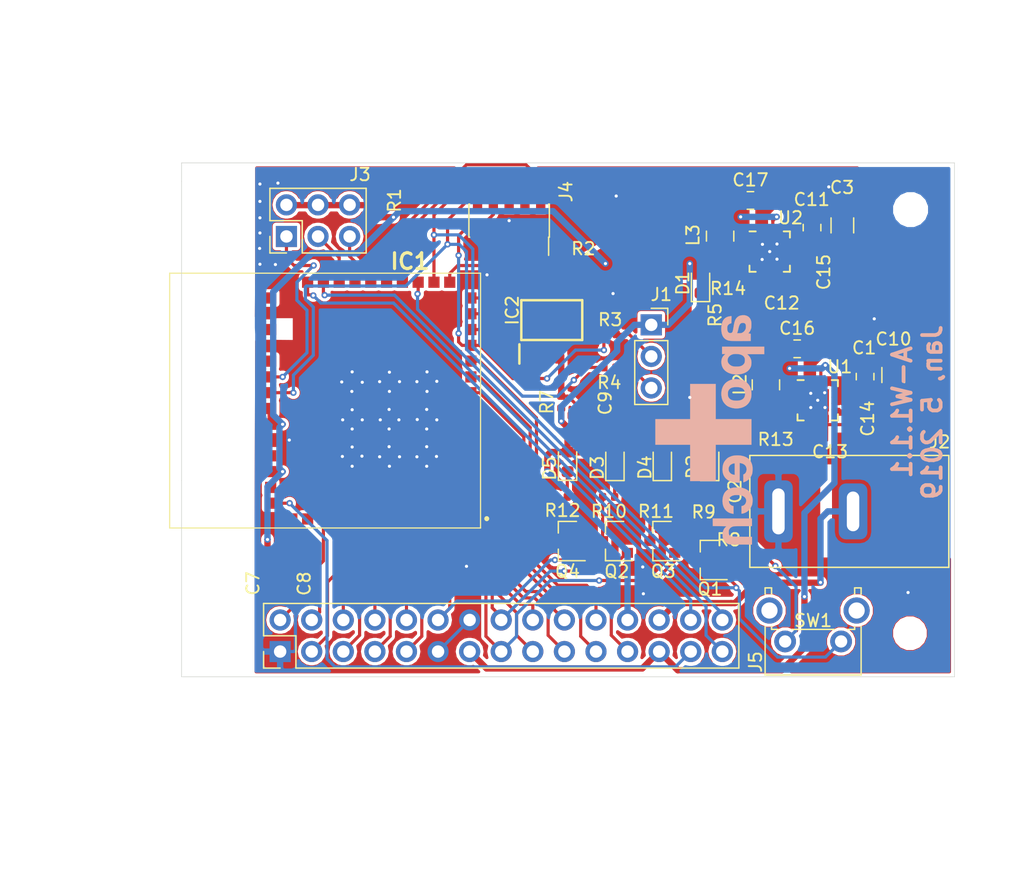
<source format=kicad_pcb>
(kicad_pcb (version 20171130) (host pcbnew "(6.0.0-rc1-dev-1030-g80d50d98b)")
  (layers (0 F.Cu signal) (31 B.Cu signal) (34 B.Paste user) (35 F.Paste user) (36 B.SilkS user) (37 F.SilkS user) (38 B.Mask user) (39 F.Mask user) (44 Edge.Cuts user))
  (net 0 "")
  (net 1 "Net-(IC1-Pad45)")
  (net 2 "Net-(IC1-Pad41)")
  (net 3 "Net-(IC1-Pad39)")
  (net 4 "Net-(IC1-Pad33)")
  (net 5 "Net-(IC1-Pad31)")
  (net 6 "Net-(IC1-Pad29)")
  (net 7 "Net-(IC1-Pad20)")
  (net 8 GND)
  (net 9 /GPIO9)
  (net 10 /GPIO8)
  (net 11 /GPIO7)
  (net 12 /GPIO6)
  (net 13 /GPIO5)
  (net 14 /GPIO4)
  (net 15 /GPIO3)
  (net 16 /GPIO2)
  (net 17 /GPIO1)
  (net 18 /GPIO0)
  (net 19 /GPIO30)
  (net 20 /nRESET)
  (net 21 /SOP0)
  (net 22 /GPIO27)
  (net 23 /GPIO26)
  (net 24 /SOP1)
  (net 25 /SOP2)
  (net 26 /JTAG_TMS)
  (net 27 /JTAG_TCK)
  (net 28 /GPIO28)
  (net 29 /JTAG_TDO)
  (net 30 /FLASH_MOSI)
  (net 31 /FLASH_CLK)
  (net 32 /FLASH_nCS)
  (net 33 /FLASH_MISO)
  (net 34 /JTAG_TDI)
  (net 35 /GPIO22)
  (net 36 /GPIO13)
  (net 37 /GPIO12)
  (net 38 /GPIO17)
  (net 39 /GPIO16)
  (net 40 /GPIO15)
  (net 41 /GPIO14)
  (net 42 /GPIO11)
  (net 43 /GPIO10)
  (net 44 "Net-(C9-Pad1)")
  (net 45 +12V)
  (net 46 "Net-(D2-Pad1)")
  (net 47 "Net-(D3-Pad1)")
  (net 48 "Net-(D4-Pad1)")
  (net 49 "Net-(D5-Pad1)")
  (net 50 /Tx)
  (net 51 /Rx)
  (net 52 "Net-(J4-Pad1)")
  (net 53 "Net-(R8-Pad1)")
  (net 54 "Net-(Q1-Pad3)")
  (net 55 "Net-(Q2-Pad3)")
  (net 56 "Net-(Q3-Pad3)")
  (net 57 "Net-(Q4-Pad3)")
  (net 58 "Net-(J3-Pad2)")
  (net 59 +3V3)
  (net 60 "Net-(C14-Pad1)")
  (net 61 "Net-(C15-Pad1)")
  (net 62 +5V)
  (net 63 "Net-(L2-Pad1)")
  (net 64 "Net-(L3-Pad1)")
  (net 65 "Net-(R13-Pad2)")
  (net 66 "Net-(R14-Pad2)")
  (net 67 "Net-(D1-Pad1)")
  (module Button_Switch_THT:SW_Tactile_SPST_Angled_PTS645Vx39-2LFS (layer F.Cu) (at 166.5224 128.9812 180)
    (fp_text reference SW1 (at 2.25 1.68 180) (layer F.SilkS))
    (fp_text value SW_Push)
    (pad "" thru_hole circle (at -1.25 2.49 180) (size 2.1 2.1) (drill 1.3) (layers *.Cu *.Mask))
    (pad 1 thru_hole circle (at 0 0 180) (size 1.75 1.75) (drill 0.99) (layers *.Cu *.Mask) (net 20 /nRESET))
    (pad 2 thru_hole circle (at 4.5 0 180) (size 1.75 1.75) (drill 0.99) (layers *.Cu *.Mask) (net 53 "Net-(R8-Pad1)"))
    (pad "" thru_hole circle (at 5.76 2.49 180) (size 2.1 2.1) (drill 1.3) (layers *.Cu *.Mask))
  )
  (module Resistor_SMD:R_0402_1005Metric (layer F.Cu) (at 155.2194 102.7176 270)
    (fp_text reference R5 (at 0 -1.17 270) (layer F.SilkS))
    (fp_text value 68)
    (pad 2 smd roundrect (at 0.485 0 270) (size 0.59 0.64) (layers F.Cu F.Paste F.Mask) (net 8 GND))
    (pad 1 smd roundrect (at -0.485 0 270) (size 0.59 0.64) (layers F.Cu F.Paste F.Mask) (net 67 "Net-(D1-Pad1)"))
  )
  (module LED_SMD:LED_0603_1608Metric (layer F.Cu) (at 155.2194 100.1522 90)
    (fp_text reference D1 (at 0 -1.43 90) (layer F.SilkS))
    (fp_text value LED)
    (pad 2 smd roundrect (at 0.7875 0 90) (size 0.875 0.95) (layers F.Cu F.Paste F.Mask) (net 59 +3V3))
    (pad 1 smd roundrect (at -0.7875 0 90) (size 0.875 0.95) (layers F.Cu F.Paste F.Mask) (net 67 "Net-(D1-Pad1)"))
  )
  (module Capacitor_SMD:C_1206_3216Metric (layer F.Cu) (at 166.624 95.504 90)
    (fp_text reference C3 (at 3.048 -0.0254 180) (layer F.SilkS))
    (fp_text value 100uF)
    (pad 2 smd roundrect (at 1.4 0 90) (size 1.25 1.75) (layers F.Cu F.Paste F.Mask) (roundrect_rratio 0.2) (net 8 GND))
    (pad 1 smd roundrect (at -1.4 0 90) (size 1.25 1.75) (layers F.Cu F.Paste F.Mask) (roundrect_rratio 0.2) (net 45 +12V))
  )
  (module Capacitor_SMD:C_1206_3216Metric (layer F.Cu) (at 170.7134 107.5436 90)
    (fp_text reference C1 (at 2.1844 -2.3368 180) (layer F.SilkS))
    (fp_text value 100uF)
    (pad 2 smd roundrect (at 1.4 0 90) (size 1.25 1.75) (layers F.Cu F.Paste F.Mask) (roundrect_rratio 0.2) (net 8 GND))
    (pad 1 smd roundrect (at -1.4 0 90) (size 1.25 1.75) (layers F.Cu F.Paste F.Mask) (roundrect_rratio 0.2) (net 45 +12V))
  )
  (module CC3220MODASF12MONR:CC3220MODASM2MONR (layer F.Cu) (at 128.7018 109.601 180)
    (fp_text reference IC1 (at -3.1496 11.2014 180) (layer F.SilkS) (effects (font (size 1.27 1.27) (thickness 0.254))))
    (fp_text value CC3220MODASF12MONR hide)
    (pad 63 smd rect (at 1.5 1.5 270) (size 2.1 2.1) (layers F.Cu F.Paste F.Mask) (net 8 GND))
    (pad 62 smd rect (at 1.5 -1.5 270) (size 2.1 2.1) (layers F.Cu F.Paste F.Mask) (net 8 GND))
    (pad 61 smd rect (at 1.5 -4.5 270) (size 2.1 2.1) (layers F.Cu F.Paste F.Mask) (net 8 GND))
    (pad 60 smd rect (at -1.5 1.5 270) (size 2.1 2.1) (layers F.Cu F.Paste F.Mask) (net 8 GND))
    (pad 59 smd rect (at -1.5 -1.5 270) (size 2.1 2.1) (layers F.Cu F.Paste F.Mask) (net 8 GND))
    (pad 58 smd rect (at -1.5 -4.5 270) (size 2.1 2.1) (layers F.Cu F.Paste F.Mask) (net 8 GND))
    (pad 57 smd rect (at -4.5 1.5 270) (size 2.1 2.1) (layers F.Cu F.Paste F.Mask) (net 8 GND))
    (pad 56 smd rect (at -4.5 -1.5 270) (size 2.1 2.1) (layers F.Cu F.Paste F.Mask) (net 8 GND))
    (pad 55 smd rect (at -4.5 -4.5 270) (size 2.1 2.1) (layers F.Cu F.Paste F.Mask) (net 8 GND))
    (pad 54 smd rect (at -6.35 -9.525 270) (size 0.9 0.9) (layers F.Cu F.Paste F.Mask) (net 9 /GPIO9))
    (pad 53 smd rect (at -5.08 -9.525 270) (size 0.9 0.9) (layers F.Cu F.Paste F.Mask) (net 10 /GPIO8))
    (pad 52 smd rect (at -3.81 -9.525 270) (size 0.9 0.9) (layers F.Cu F.Paste F.Mask) (net 11 /GPIO7))
    (pad 51 smd rect (at -2.54 -9.525 270) (size 0.9 0.9) (layers F.Cu F.Paste F.Mask) (net 12 /GPIO6))
    (pad 50 smd rect (at -1.27 -9.525 270) (size 0.9 0.9) (layers F.Cu F.Paste F.Mask) (net 13 /GPIO5))
    (pad 49 smd rect (at 0 -9.525 270) (size 0.9 0.9) (layers F.Cu F.Paste F.Mask) (net 14 /GPIO4))
    (pad 48 smd rect (at 1.27 -9.525 270) (size 0.9 0.9) (layers F.Cu F.Paste F.Mask) (net 15 /GPIO3))
    (pad 47 smd rect (at 2.54 -9.525 270) (size 0.9 0.9) (layers F.Cu F.Paste F.Mask) (net 16 /GPIO2))
    (pad 46 smd rect (at 3.81 -9.525 270) (size 0.9 0.9) (layers F.Cu F.Paste F.Mask) (net 17 /GPIO1))
    (pad 45 smd rect (at 5.08 -9.525 270) (size 0.9 0.9) (layers F.Cu F.Paste F.Mask) (net 1 "Net-(IC1-Pad45)"))
    (pad 44 smd rect (at 6.35 -9.525 270) (size 0.9 0.9) (layers F.Cu F.Paste F.Mask) (net 18 /GPIO0))
    (pad 43 smd rect (at 8.05 -9.525 270) (size 0.9 0.9) (layers F.Cu F.Paste F.Mask) (net 8 GND))
    (pad 42 smd rect (at 8.05 -8.255 270) (size 0.9 0.9) (layers F.Cu F.Paste F.Mask) (net 19 /GPIO30))
    (pad 41 smd rect (at 8.05 -6.985 270) (size 0.9 0.9) (layers F.Cu F.Paste F.Mask) (net 2 "Net-(IC1-Pad41)"))
    (pad 40 smd rect (at 8.05 -5.715 270) (size 0.9 0.9) (layers F.Cu F.Paste F.Mask) (net 59 +3V3))
    (pad 39 smd rect (at 8.05 -4.445 270) (size 0.9 0.9) (layers F.Cu F.Paste F.Mask) (net 3 "Net-(IC1-Pad39)"))
    (pad 38 smd rect (at 8.05 -3.175 270) (size 0.9 0.9) (layers F.Cu F.Paste F.Mask) (net 8 GND))
    (pad 37 smd rect (at 8.05 -1.905 270) (size 0.9 0.9) (layers F.Cu F.Paste F.Mask) (net 59 +3V3))
    (pad 36 smd rect (at 8.05 -0.635 270) (size 0.9 0.9) (layers F.Cu F.Paste F.Mask) (net 59 +3V3))
    (pad 35 smd rect (at 8.05 0.635 270) (size 0.9 0.9) (layers F.Cu F.Paste F.Mask) (net 20 /nRESET))
    (pad 34 smd rect (at 8.05 1.905 270) (size 0.9 0.9) (layers F.Cu F.Paste F.Mask) (net 21 /SOP0))
    (pad 33 smd rect (at 8.05 3.175 270) (size 0.9 0.9) (layers F.Cu F.Paste F.Mask) (net 4 "Net-(IC1-Pad33)"))
    (pad 32 smd rect (at 8.05 4.445 270) (size 0.9 0.9) (layers F.Cu F.Paste F.Mask) (net 8 GND))
    (pad 31 smd rect (at 8.05 5.715 270) (size 0.9 0.9) (layers F.Cu F.Paste F.Mask) (net 5 "Net-(IC1-Pad31)"))
    (pad 30 smd rect (at 8.05 6.985 270) (size 0.9 0.9) (layers F.Cu F.Paste F.Mask) (net 8 GND))
    (pad 29 smd rect (at 8.05 8.255 270) (size 0.9 0.9) (layers F.Cu F.Paste F.Mask) (net 6 "Net-(IC1-Pad29)"))
    (pad 28 smd rect (at 8.05 9.525 270) (size 0.9 0.9) (layers F.Cu F.Paste F.Mask) (net 8 GND))
    (pad 27 smd rect (at 6.35 9.525 270) (size 0.9 0.9) (layers F.Cu F.Paste F.Mask) (net 8 GND))
    (pad 26 smd rect (at 5.08 9.525 270) (size 0.9 0.9) (layers F.Cu F.Paste F.Mask) (net 22 /GPIO27))
    (pad 25 smd rect (at 3.81 9.525 270) (size 0.9 0.9) (layers F.Cu F.Paste F.Mask) (net 23 /GPIO26))
    (pad 24 smd rect (at 2.54 9.525 270) (size 0.9 0.9) (layers F.Cu F.Paste F.Mask) (net 24 /SOP1))
    (pad 23 smd rect (at 1.27 9.525 270) (size 0.9 0.9) (layers F.Cu F.Paste F.Mask) (net 25 /SOP2))
    (pad 22 smd rect (at 0 9.525 270) (size 0.9 0.9) (layers F.Cu F.Paste F.Mask) (net 26 /JTAG_TMS))
    (pad 21 smd rect (at -1.27 9.525 270) (size 0.9 0.9) (layers F.Cu F.Paste F.Mask) (net 27 /JTAG_TCK))
    (pad 20 smd rect (at -2.54 9.525 270) (size 0.9 0.9) (layers F.Cu F.Paste F.Mask) (net 7 "Net-(IC1-Pad20)"))
    (pad 19 smd rect (at -3.81 9.525 270) (size 0.9 0.9) (layers F.Cu F.Paste F.Mask) (net 28 /GPIO28))
    (pad 18 smd rect (at -5.08 9.525 270) (size 0.9 0.9) (layers F.Cu F.Paste F.Mask) (net 29 /JTAG_TDO))
    (pad 17 smd rect (at -6.35 9.525 270) (size 0.9 0.9) (layers F.Cu F.Paste F.Mask) (net 30 /FLASH_MOSI))
    (pad 16 smd rect (at -8.05 9.525 270) (size 0.9 0.9) (layers F.Cu F.Paste F.Mask) (net 8 GND))
    (pad 15 smd rect (at -8.05 8.255 270) (size 0.9 0.9) (layers F.Cu F.Paste F.Mask) (net 31 /FLASH_CLK))
    (pad 14 smd rect (at -8.05 6.985 270) (size 0.9 0.9) (layers F.Cu F.Paste F.Mask) (net 32 /FLASH_nCS))
    (pad 13 smd rect (at -8.05 5.715 270) (size 0.9 0.9) (layers F.Cu F.Paste F.Mask) (net 33 /FLASH_MISO))
    (pad 12 smd rect (at -8.05 4.445 270) (size 0.9 0.9) (layers F.Cu F.Paste F.Mask) (net 34 /JTAG_TDI))
    (pad 11 smd rect (at -8.05 3.175 270) (size 0.9 0.9) (layers F.Cu F.Paste F.Mask) (net 35 /GPIO22))
    (pad 10 smd rect (at -8.05 1.905 270) (size 0.9 0.9) (layers F.Cu F.Paste F.Mask) (net 36 /GPIO13))
    (pad 9 smd rect (at -8.05 0.635 270) (size 0.9 0.9) (layers F.Cu F.Paste F.Mask) (net 37 /GPIO12))
    (pad 8 smd rect (at -8.05 -0.635 270) (size 0.9 0.9) (layers F.Cu F.Paste F.Mask) (net 38 /GPIO17))
    (pad 7 smd rect (at -8.05 -1.905 270) (size 0.9 0.9) (layers F.Cu F.Paste F.Mask) (net 39 /GPIO16))
    (pad 6 smd rect (at -8.05 -3.175 270) (size 0.9 0.9) (layers F.Cu F.Paste F.Mask) (net 40 /GPIO15))
    (pad 5 smd rect (at -8.05 -4.445 270) (size 0.9 0.9) (layers F.Cu F.Paste F.Mask) (net 41 /GPIO14))
    (pad 4 smd rect (at -8.05 -5.715 270) (size 0.9 0.9) (layers F.Cu F.Paste F.Mask) (net 42 /GPIO11))
    (pad 3 smd rect (at -8.05 -6.985 270) (size 0.9 0.9) (layers F.Cu F.Paste F.Mask) (net 43 /GPIO10))
    (pad 2 smd rect (at -8.05 -8.255 270) (size 0.9 0.9) (layers F.Cu F.Paste F.Mask) (net 8 GND))
    (pad 1 smd rect (at -8.05 -9.525 270) (size 0.9 0.9) (layers F.Cu F.Paste F.Mask) (net 8 GND))
  )
  (module Package_DFN_QFN:QFN-16-1EP_3x3mm_P0.5mm_EP1.8x1.8mm (layer F.Cu) (at 160.782 97.6122)
    (fp_text reference U2 (at 1.6764 -2.7178) (layer F.SilkS))
    (fp_text value TPS62132)
    (pad 17 smd rect (at 0 0) (size 1.8 1.8) (layers F.Cu F.Mask) (net 8 GND))
    (pad 16 smd oval (at -0.75 -1.475 90) (size 0.75 0.3) (layers F.Cu F.Paste F.Mask) (net 8 GND))
    (pad 15 smd oval (at -0.25 -1.475 90) (size 0.75 0.3) (layers F.Cu F.Paste F.Mask) (net 8 GND))
    (pad 14 smd oval (at 0.25 -1.475 90) (size 0.75 0.3) (layers F.Cu F.Paste F.Mask) (net 59 +3V3))
    (pad 13 smd oval (at 0.75 -1.475 90) (size 0.75 0.3) (layers F.Cu F.Paste F.Mask) (net 45 +12V))
    (pad 12 smd oval (at 1.475 -0.75) (size 0.75 0.3) (layers F.Cu F.Paste F.Mask) (net 45 +12V))
    (pad 11 smd oval (at 1.475 -0.25) (size 0.75 0.3) (layers F.Cu F.Paste F.Mask) (net 45 +12V))
    (pad 10 smd oval (at 1.475 0.25) (size 0.75 0.3) (layers F.Cu F.Paste F.Mask) (net 45 +12V))
    (pad 9 smd oval (at 1.475 0.75) (size 0.75 0.3) (layers F.Cu F.Paste F.Mask) (net 61 "Net-(C15-Pad1)"))
    (pad 8 smd oval (at 0.75 1.475 90) (size 0.75 0.3) (layers F.Cu F.Paste F.Mask) (net 8 GND))
    (pad 7 smd oval (at 0.25 1.475 90) (size 0.75 0.3) (layers F.Cu F.Paste F.Mask) (net 8 GND))
    (pad 6 smd oval (at -0.25 1.475 90) (size 0.75 0.3) (layers F.Cu F.Paste F.Mask) (net 8 GND))
    (pad 5 smd oval (at -0.75 1.475 90) (size 0.75 0.3) (layers F.Cu F.Paste F.Mask) (net 8 GND))
    (pad 4 smd oval (at -1.475 0.75) (size 0.75 0.3) (layers F.Cu F.Paste F.Mask) (net 66 "Net-(R14-Pad2)"))
    (pad 3 smd oval (at -1.475 0.25) (size 0.75 0.3) (layers F.Cu F.Paste F.Mask) (net 64 "Net-(L3-Pad1)"))
    (pad 2 smd oval (at -1.475 -0.25) (size 0.75 0.3) (layers F.Cu F.Paste F.Mask) (net 64 "Net-(L3-Pad1)"))
    (pad 1 smd oval (at -1.475 -0.75) (size 0.75 0.3) (layers F.Cu F.Paste F.Mask) (net 64 "Net-(L3-Pad1)"))
  )
  (module Package_DFN_QFN:QFN-16-1EP_3x3mm_P0.5mm_EP1.8x1.8mm (layer F.Cu) (at 164.6428 109.5756)
    (fp_text reference U1 (at 1.778 -2.6924) (layer F.SilkS))
    (fp_text value TPS62133)
    (pad 17 smd rect (at 0 0) (size 1.8 1.8) (layers F.Cu F.Mask) (net 8 GND))
    (pad 16 smd oval (at -0.75 -1.475 90) (size 0.75 0.3) (layers F.Cu F.Paste F.Mask) (net 8 GND))
    (pad 15 smd oval (at -0.25 -1.475 90) (size 0.75 0.3) (layers F.Cu F.Paste F.Mask) (net 8 GND))
    (pad 14 smd oval (at 0.25 -1.475 90) (size 0.75 0.3) (layers F.Cu F.Paste F.Mask) (net 62 +5V))
    (pad 13 smd oval (at 0.75 -1.475 90) (size 0.75 0.3) (layers F.Cu F.Paste F.Mask) (net 45 +12V))
    (pad 12 smd oval (at 1.475 -0.75) (size 0.75 0.3) (layers F.Cu F.Paste F.Mask) (net 45 +12V))
    (pad 11 smd oval (at 1.475 -0.25) (size 0.75 0.3) (layers F.Cu F.Paste F.Mask) (net 45 +12V))
    (pad 10 smd oval (at 1.475 0.25) (size 0.75 0.3) (layers F.Cu F.Paste F.Mask) (net 45 +12V))
    (pad 9 smd oval (at 1.475 0.75) (size 0.75 0.3) (layers F.Cu F.Paste F.Mask) (net 60 "Net-(C14-Pad1)"))
    (pad 8 smd oval (at 0.75 1.475 90) (size 0.75 0.3) (layers F.Cu F.Paste F.Mask) (net 8 GND))
    (pad 7 smd oval (at 0.25 1.475 90) (size 0.75 0.3) (layers F.Cu F.Paste F.Mask) (net 8 GND))
    (pad 6 smd oval (at -0.25 1.475 90) (size 0.75 0.3) (layers F.Cu F.Paste F.Mask) (net 8 GND))
    (pad 5 smd oval (at -0.75 1.475 90) (size 0.75 0.3) (layers F.Cu F.Paste F.Mask) (net 8 GND))
    (pad 4 smd oval (at -1.475 0.75) (size 0.75 0.3) (layers F.Cu F.Paste F.Mask) (net 65 "Net-(R13-Pad2)"))
    (pad 3 smd oval (at -1.475 0.25) (size 0.75 0.3) (layers F.Cu F.Paste F.Mask) (net 63 "Net-(L2-Pad1)") (clearance 0.127))
    (pad 2 smd oval (at -1.475 -0.25) (size 0.75 0.3) (layers F.Cu F.Paste F.Mask) (net 63 "Net-(L2-Pad1)"))
    (pad 1 smd oval (at -1.475 -0.75) (size 0.75 0.3) (layers F.Cu F.Paste F.Mask) (net 63 "Net-(L2-Pad1)"))
  )
  (module Resistor_SMD:R_0402_1005Metric (layer F.Cu) (at 157.3276 99.2632)
    (fp_text reference R14 (at 0.1016 1.3208) (layer F.SilkS))
    (fp_text value 100K)
    (pad 2 smd roundrect (at 0.485 0) (size 0.59 0.64) (layers F.Cu F.Paste F.Mask) (net 66 "Net-(R14-Pad2)"))
    (pad 1 smd roundrect (at -0.485 0) (size 0.59 0.64) (layers F.Cu F.Paste F.Mask) (net 59 +3V3))
  )
  (module Resistor_SMD:R_0402_1005Metric (layer F.Cu) (at 161.2392 111.3282)
    (fp_text reference R13 (at 0.0254 1.397) (layer F.SilkS))
    (fp_text value 100K)
    (pad 2 smd roundrect (at 0.485 0) (size 0.59 0.64) (layers F.Cu F.Paste F.Mask) (net 65 "Net-(R13-Pad2)"))
    (pad 1 smd roundrect (at -0.485 0) (size 0.59 0.64) (layers F.Cu F.Paste F.Mask) (net 62 +5V))
  )
  (module Inductor_SMD:L_1008_2520Metric (layer F.Cu) (at 156.7942 96.3676 90)
    (fp_text reference L3 (at 0.0762 -2.1844 90) (layer F.SilkS))
    (fp_text value 2.2uH)
    (pad 2 smd rect (at 1 0 90) (size 0.8 2) (layers F.Cu F.Paste F.Mask) (net 59 +3V3))
    (pad 1 smd rect (at -1 0 90) (size 0.8 2) (layers F.Cu F.Paste F.Mask) (net 64 "Net-(L3-Pad1)"))
  )
  (module Inductor_SMD:L_1008_2520Metric (layer F.Cu) (at 160.4772 108.331 90)
    (fp_text reference L2 (at 0.0254 -2.0828 90) (layer F.SilkS))
    (fp_text value 2.2uH)
    (pad 2 smd rect (at 1 0 90) (size 0.8 2) (layers F.Cu F.Paste F.Mask) (net 62 +5V))
    (pad 1 smd rect (at -1 0 90) (size 0.8 2) (layers F.Cu F.Paste F.Mask) (net 63 "Net-(L2-Pad1)"))
  )
  (module Capacitor_SMD:C_0805_2012Metric (layer F.Cu) (at 159.2326 93.4974)
    (fp_text reference C17 (at 0 -1.65) (layer F.SilkS))
    (fp_text value 22uF)
    (pad 1 smd roundrect (at -0.9375 0) (size 0.975 1.4) (layers F.Cu F.Paste F.Mask) (net 59 +3V3))
    (pad 2 smd roundrect (at 0.9375 0) (size 0.975 1.4) (layers F.Cu F.Paste F.Mask) (net 8 GND))
  )
  (module Capacitor_SMD:C_0805_2012Metric (layer F.Cu) (at 162.9895 105.4354)
    (fp_text reference C16 (at 0 -1.65) (layer F.SilkS))
    (fp_text value 22uF)
    (pad 2 smd roundrect (at 0.9375 0) (size 0.975 1.4) (layers F.Cu F.Paste F.Mask) (net 8 GND))
    (pad 1 smd roundrect (at -0.9375 0) (size 0.975 1.4) (layers F.Cu F.Paste F.Mask) (net 62 +5V))
  )
  (module Capacitor_SMD:C_0402_1005Metric (layer F.Cu) (at 163.7792 99.0854 270)
    (fp_text reference C15 (at 0.1778 -1.3462 270) (layer F.SilkS))
    (fp_text value 3.3nF)
    (pad 2 smd roundrect (at 0.485 0 270) (size 0.59 0.64) (layers F.Cu F.Paste F.Mask) (net 8 GND))
    (pad 1 smd roundrect (at -0.485 0 270) (size 0.59 0.64) (layers F.Cu F.Paste F.Mask) (net 61 "Net-(C15-Pad1)"))
  )
  (module Capacitor_SMD:C_0402_1005Metric (layer F.Cu) (at 167.4876 111.0488 270)
    (fp_text reference C14 (at 0 -1.17 270) (layer F.SilkS))
    (fp_text value 3.3nF)
    (pad 2 smd roundrect (at 0.485 0 270) (size 0.59 0.64) (layers F.Cu F.Paste F.Mask) (net 8 GND))
    (pad 1 smd roundrect (at -0.485 0 270) (size 0.59 0.64) (layers F.Cu F.Paste F.Mask) (net 60 "Net-(C14-Pad1)"))
  )
  (module Capacitor_SMD:C_0402_1005Metric (layer F.Cu) (at 165.6334 112.5474 180)
    (fp_text reference C13 (at 0 -1.17 180) (layer F.SilkS))
    (fp_text value 0.1uF)
    (pad 2 smd roundrect (at 0.485 0 180) (size 0.59 0.64) (layers F.Cu F.Paste F.Mask) (net 8 GND))
    (pad 1 smd roundrect (at -0.485 0 180) (size 0.59 0.64) (layers F.Cu F.Paste F.Mask) (net 45 +12V))
  )
  (module Capacitor_SMD:C_0402_1005Metric (layer F.Cu) (at 161.7472 100.584 180)
    (fp_text reference C12 (at 0 -1.17 180) (layer F.SilkS))
    (fp_text value 0.1uF)
    (pad 2 smd roundrect (at 0.485 0 180) (size 0.59 0.64) (layers F.Cu F.Paste F.Mask) (net 8 GND))
    (pad 1 smd roundrect (at -0.485 0 180) (size 0.59 0.64) (layers F.Cu F.Paste F.Mask) (net 45 +12V))
  )
  (module Capacitor_SMD:C_0805_2012Metric (layer F.Cu) (at 164.1856 95.6818 90)
    (fp_text reference C11 (at 2.2606 -0.0254 180) (layer F.SilkS))
    (fp_text value 10uF)
    (pad 2 smd roundrect (at 0.9375 0 90) (size 0.975 1.4) (layers F.Cu F.Paste F.Mask) (net 8 GND))
    (pad 1 smd roundrect (at -0.9375 0 90) (size 0.975 1.4) (layers F.Cu F.Paste F.Mask) (net 45 +12V))
  )
  (module Capacitor_SMD:C_0805_2012Metric (layer F.Cu) (at 168.4528 107.6706 90)
    (fp_text reference C10 (at 3.0226 2.286 180) (layer F.SilkS))
    (fp_text value 10uF)
    (pad 2 smd roundrect (at 0.9375 0 90) (size 0.975 1.4) (layers F.Cu F.Paste F.Mask) (net 8 GND))
    (pad 1 smd roundrect (at -0.9375 0 90) (size 0.975 1.4) (layers F.Cu F.Paste F.Mask) (net 45 +12V))
  )
  (module Package_TO_SOT_SMD:SOT-23 (layer F.Cu) (at 152.146 120.904 180)
    (fp_text reference Q3 (at -0.0762 -2.4384 180) (layer F.SilkS))
    (fp_text value Q_NMOS_GSD)
    (pad 3 smd rect (at 1 0 180) (size 0.9 0.8) (layers F.Cu F.Paste F.Mask) (net 56 "Net-(Q3-Pad3)"))
    (pad 2 smd rect (at -1 0.95 180) (size 0.9 0.8) (layers F.Cu F.Paste F.Mask) (net 8 GND))
    (pad 1 smd rect (at -1 -0.95 180) (size 0.9 0.8) (layers F.Cu F.Paste F.Mask) (net 43 /GPIO10))
  )
  (module Resistor_SMD:R_0402_1005Metric (layer F.Cu) (at 129.286 94.361 90)
    (fp_text reference R1 (at 0.8636 1.3208 90) (layer F.SilkS))
    (fp_text value 270)
    (pad 2 smd roundrect (at 0.485 0 90) (size 0.59 0.64) (layers F.Cu F.Paste F.Mask) (net 58 "Net-(J3-Pad2)"))
    (pad 1 smd roundrect (at -0.485 0 90) (size 0.59 0.64) (layers F.Cu F.Paste F.Mask) (net 59 +3V3))
  )
  (module Package_TO_SOT_SMD:SOT-23 (layer F.Cu) (at 144.542 120.904 180)
    (fp_text reference Q4 (at 0.016 -2.4384 180) (layer F.SilkS))
    (fp_text value Q_NMOS_GSD)
    (pad 3 smd rect (at 1 0 180) (size 0.9 0.8) (layers F.Cu F.Paste F.Mask) (net 57 "Net-(Q4-Pad3)"))
    (pad 2 smd rect (at -1 0.95 180) (size 0.9 0.8) (layers F.Cu F.Paste F.Mask) (net 8 GND))
    (pad 1 smd rect (at -1 -0.95 180) (size 0.9 0.8) (layers F.Cu F.Paste F.Mask) (net 9 /GPIO9))
  )
  (module Package_TO_SOT_SMD:SOT-23 (layer F.Cu) (at 148.336 120.904 180)
    (fp_text reference Q2 (at -0.1524 -2.4384 180) (layer F.SilkS))
    (fp_text value Q_NMOS_GSD)
    (pad 3 smd rect (at 1 0 180) (size 0.9 0.8) (layers F.Cu F.Paste F.Mask) (net 55 "Net-(Q2-Pad3)"))
    (pad 2 smd rect (at -1 0.95 180) (size 0.9 0.8) (layers F.Cu F.Paste F.Mask) (net 8 GND))
    (pad 1 smd rect (at -1 -0.95 180) (size 0.9 0.8) (layers F.Cu F.Paste F.Mask) (net 42 /GPIO11))
  )
  (module Package_TO_SOT_SMD:SOT-23 (layer F.Cu) (at 155.956 122.428 180)
    (fp_text reference Q1 (at -0.0254 -2.3368 180) (layer F.SilkS))
    (fp_text value Q_NMOS_GSD)
    (pad 3 smd rect (at 1 0 180) (size 0.9 0.8) (layers F.Cu F.Paste F.Mask) (net 54 "Net-(Q1-Pad3)"))
    (pad 2 smd rect (at -1 0.95 180) (size 0.9 0.8) (layers F.Cu F.Paste F.Mask) (net 8 GND))
    (pad 1 smd rect (at -1 -0.95 180) (size 0.9 0.8) (layers F.Cu F.Paste F.Mask) (net 20 /nRESET))
  )
  (module Connector_PinHeader_2.54mm:PinHeader_2x15_P2.54mm_Vertical (layer F.Cu) (at 121.412 129.794 90)
    (fp_text reference J5 (at -0.8382 38.227 90) (layer F.SilkS))
    (fp_text value Conn_02x15_Odd_Even)
    (pad 30 thru_hole oval (at 2.54 35.56 90) (size 1.7 1.7) (drill 1) (layers *.Cu *.Mask) (net 28 /GPIO28))
    (pad 29 thru_hole oval (at 0 35.56 90) (size 1.7 1.7) (drill 1) (layers *.Cu *.Mask) (net 23 /GPIO26))
    (pad 28 thru_hole oval (at 2.54 33.02 90) (size 1.7 1.7) (drill 1) (layers *.Cu *.Mask) (net 22 /GPIO27))
    (pad 27 thru_hole oval (at 0 33.02 90) (size 1.7 1.7) (drill 1) (layers *.Cu *.Mask) (net 19 /GPIO30))
    (pad 26 thru_hole oval (at 2.54 30.48 90) (size 1.7 1.7) (drill 1) (layers *.Cu *.Mask) (net 45 +12V))
    (pad 25 thru_hole oval (at 0 30.48 90) (size 1.7 1.7) (drill 1) (layers *.Cu *.Mask) (net 62 +5V))
    (pad 24 thru_hole oval (at 2.54 27.94 90) (size 1.7 1.7) (drill 1) (layers *.Cu *.Mask) (net 59 +3V3))
    (pad 23 thru_hole oval (at 0 27.94 90) (size 1.7 1.7) (drill 1) (layers *.Cu *.Mask) (net 35 /GPIO22))
    (pad 22 thru_hole oval (at 2.54 25.4 90) (size 1.7 1.7) (drill 1) (layers *.Cu *.Mask) (net 36 /GPIO13))
    (pad 21 thru_hole oval (at 0 25.4 90) (size 1.7 1.7) (drill 1) (layers *.Cu *.Mask) (net 37 /GPIO12))
    (pad 20 thru_hole oval (at 2.54 22.86 90) (size 1.7 1.7) (drill 1) (layers *.Cu *.Mask) (net 38 /GPIO17))
    (pad 19 thru_hole oval (at 0 22.86 90) (size 1.7 1.7) (drill 1) (layers *.Cu *.Mask) (net 39 /GPIO16))
    (pad 18 thru_hole oval (at 2.54 20.32 90) (size 1.7 1.7) (drill 1) (layers *.Cu *.Mask) (net 40 /GPIO15))
    (pad 17 thru_hole oval (at 0 20.32 90) (size 1.7 1.7) (drill 1) (layers *.Cu *.Mask) (net 41 /GPIO14))
    (pad 16 thru_hole oval (at 2.54 17.78 90) (size 1.7 1.7) (drill 1) (layers *.Cu *.Mask) (net 42 /GPIO11))
    (pad 15 thru_hole oval (at 0 17.78 90) (size 1.7 1.7) (drill 1) (layers *.Cu *.Mask) (net 43 /GPIO10))
    (pad 14 thru_hole oval (at 2.54 15.24 90) (size 1.7 1.7) (drill 1) (layers *.Cu *.Mask) (net 8 GND))
    (pad 13 thru_hole oval (at 0 15.24 90) (size 1.7 1.7) (drill 1) (layers *.Cu *.Mask) (net 62 +5V))
    (pad 12 thru_hole oval (at 2.54 12.7 90) (size 1.7 1.7) (drill 1) (layers *.Cu *.Mask) (net 9 /GPIO9))
    (pad 11 thru_hole oval (at 0 12.7 90) (size 1.7 1.7) (drill 1) (layers *.Cu *.Mask) (net 8 GND))
    (pad 10 thru_hole oval (at 2.54 10.16 90) (size 1.7 1.7) (drill 1) (layers *.Cu *.Mask) (net 11 /GPIO7))
    (pad 9 thru_hole oval (at 0 10.16 90) (size 1.7 1.7) (drill 1) (layers *.Cu *.Mask) (net 10 /GPIO8))
    (pad 8 thru_hole oval (at 2.54 7.62 90) (size 1.7 1.7) (drill 1) (layers *.Cu *.Mask) (net 13 /GPIO5))
    (pad 7 thru_hole oval (at 0 7.62 90) (size 1.7 1.7) (drill 1) (layers *.Cu *.Mask) (net 12 /GPIO6))
    (pad 6 thru_hole oval (at 2.54 5.08 90) (size 1.7 1.7) (drill 1) (layers *.Cu *.Mask) (net 15 /GPIO3))
    (pad 5 thru_hole oval (at 0 5.08 90) (size 1.7 1.7) (drill 1) (layers *.Cu *.Mask) (net 14 /GPIO4))
    (pad 4 thru_hole oval (at 2.54 2.54 90) (size 1.7 1.7) (drill 1) (layers *.Cu *.Mask) (net 17 /GPIO1))
    (pad 3 thru_hole oval (at 0 2.54 90) (size 1.7 1.7) (drill 1) (layers *.Cu *.Mask) (net 16 /GPIO2))
    (pad 2 thru_hole oval (at 2.54 0 90) (size 1.7 1.7) (drill 1) (layers *.Cu *.Mask) (net 18 /GPIO0))
    (pad 1 thru_hole rect (at 0 0 90) (size 1.7 1.7) (drill 1) (layers *.Cu *.Mask) (net 8 GND))
  )
  (module Resistor_SMD:R_0402_1005Metric (layer F.Cu) (at 144.018 117.348 180)
    (fp_text reference R12 (at -0.1016 -1.0922 180) (layer F.SilkS))
    (fp_text value 68)
    (pad 2 smd roundrect (at 0.485 0 180) (size 0.59 0.64) (layers F.Cu F.Paste F.Mask) (net 57 "Net-(Q4-Pad3)"))
    (pad 1 smd roundrect (at -0.485 0 180) (size 0.59 0.64) (layers F.Cu F.Paste F.Mask) (net 49 "Net-(D5-Pad1)"))
  )
  (module Resistor_SMD:R_0402_1005Metric (layer F.Cu) (at 151.638 117.348 180)
    (fp_text reference R11 (at 0 -1.1684 180) (layer F.SilkS))
    (fp_text value 68)
    (pad 2 smd roundrect (at 0.485 0 180) (size 0.59 0.64) (layers F.Cu F.Paste F.Mask) (net 56 "Net-(Q3-Pad3)"))
    (pad 1 smd roundrect (at -0.485 0 180) (size 0.59 0.64) (layers F.Cu F.Paste F.Mask) (net 48 "Net-(D4-Pad1)"))
  )
  (module Resistor_SMD:R_0402_1005Metric (layer F.Cu) (at 147.828 117.348 180)
    (fp_text reference R10 (at -0.0254 -1.1684 180) (layer F.SilkS))
    (fp_text value 68)
    (pad 2 smd roundrect (at 0.485 0 180) (size 0.59 0.64) (layers F.Cu F.Paste F.Mask) (net 55 "Net-(Q2-Pad3)"))
    (pad 1 smd roundrect (at -0.485 0 180) (size 0.59 0.64) (layers F.Cu F.Paste F.Mask) (net 47 "Net-(D3-Pad1)"))
  )
  (module Resistor_SMD:R_0402_1005Metric (layer F.Cu) (at 155.448 117.348 180)
    (fp_text reference R9 (at -0.0254 -1.2192 180) (layer F.SilkS))
    (fp_text value 68)
    (pad 2 smd roundrect (at 0.485 0 180) (size 0.59 0.64) (layers F.Cu F.Paste F.Mask) (net 54 "Net-(Q1-Pad3)"))
    (pad 1 smd roundrect (at -0.485 0 180) (size 0.59 0.64) (layers F.Cu F.Paste F.Mask) (net 46 "Net-(D2-Pad1)"))
  )
  (module Resistor_SMD:R_0402_1005Metric (layer F.Cu) (at 157.48 119.634 180)
    (fp_text reference R8 (at 0 -1.17 180) (layer F.SilkS))
    (fp_text value 100)
    (pad 2 smd roundrect (at 0.485 0 180) (size 0.59 0.64) (layers F.Cu F.Paste F.Mask) (net 8 GND))
    (pad 1 smd roundrect (at -0.485 0 180) (size 0.59 0.64) (layers F.Cu F.Paste F.Mask) (net 53 "Net-(R8-Pad1)"))
  )
  (module Resistor_SMD:R_0402_1005Metric (layer F.Cu) (at 144.018 109.728 90)
    (fp_text reference R7 (at 0 -1.17 90) (layer F.SilkS))
    (fp_text value 0)
    (pad 2 smd roundrect (at 0.485 0 90) (size 0.59 0.64) (layers F.Cu F.Paste F.Mask) (net 44 "Net-(C9-Pad1)"))
    (pad 1 smd roundrect (at -0.485 0 90) (size 0.59 0.64) (layers F.Cu F.Paste F.Mask) (net 59 +3V3))
  )
  (module Resistor_SMD:R_0402_1005Metric (layer F.Cu) (at 147.932 106.934)
    (fp_text reference R4 (at -0.0532 1.2192) (layer F.SilkS))
    (fp_text value 0)
    (pad 2 smd roundrect (at 0.485 0) (size 0.59 0.64) (layers F.Cu F.Paste F.Mask) (net 50 /Tx))
    (pad 1 smd roundrect (at -0.485 0) (size 0.59 0.64) (layers F.Cu F.Paste F.Mask) (net 29 /JTAG_TDO))
  )
  (module Resistor_SMD:R_0402_1005Metric (layer F.Cu) (at 147.955 104.267)
    (fp_text reference R3 (at 0 -1.17) (layer F.SilkS))
    (fp_text value 0)
    (pad 2 smd roundrect (at 0.485 0) (size 0.59 0.64) (layers F.Cu F.Paste F.Mask) (net 51 /Rx))
    (pad 1 smd roundrect (at -0.485 0) (size 0.59 0.64) (layers F.Cu F.Paste F.Mask) (net 34 /JTAG_TDI))
  )
  (module Resistor_SMD:R_0402_1005Metric (layer F.Cu) (at 145.7452 98.5774 180)
    (fp_text reference R2 (at -0.0508 1.1938 180) (layer F.SilkS))
    (fp_text value 1K)
    (pad 2 smd roundrect (at 0.485 0 180) (size 0.59 0.64) (layers F.Cu F.Paste F.Mask) (net 52 "Net-(J4-Pad1)"))
    (pad 1 smd roundrect (at -0.485 0 180) (size 0.59 0.64) (layers F.Cu F.Paste F.Mask) (net 59 +3V3))
  )
  (module Connector_PinSocket_1.27mm:PinSocket_2x05_P1.27mm_Vertical_SMD (layer F.Cu) (at 139.827 95.123 270)
    (fp_text reference J4 (at -2.3368 -4.572 270) (layer F.SilkS))
    (fp_text value Conn_02x05_Odd_Even)
    (pad 10 smd rect (at -1.8 2.54 270) (size 2.1 0.75) (layers F.Cu F.Paste F.Mask) (net 20 /nRESET))
    (pad 9 smd rect (at 1.8 2.54 270) (size 2.1 0.75) (layers F.Cu F.Paste F.Mask) (net 8 GND))
    (pad 8 smd rect (at -1.8 1.27 270) (size 2.1 0.75) (layers F.Cu F.Paste F.Mask) (net 34 /JTAG_TDI))
    (pad 7 smd rect (at 1.8 1.27 270) (size 2.1 0.75) (layers F.Cu F.Paste F.Mask) (net 8 GND))
    (pad 6 smd rect (at -1.8 0 270) (size 2.1 0.75) (layers F.Cu F.Paste F.Mask) (net 29 /JTAG_TDO))
    (pad 5 smd rect (at 1.8 0 270) (size 2.1 0.75) (layers F.Cu F.Paste F.Mask) (net 8 GND))
    (pad 4 smd rect (at -1.8 -1.27 270) (size 2.1 0.75) (layers F.Cu F.Paste F.Mask) (net 27 /JTAG_TCK))
    (pad 3 smd rect (at 1.8 -1.27 270) (size 2.1 0.75) (layers F.Cu F.Paste F.Mask) (net 8 GND))
    (pad 2 smd rect (at -1.8 -2.54 270) (size 2.1 0.75) (layers F.Cu F.Paste F.Mask) (net 26 /JTAG_TMS))
    (pad 1 smd rect (at 1.8 -2.54 270) (size 2.1 0.75) (layers F.Cu F.Paste F.Mask) (net 52 "Net-(J4-Pad1)"))
  )
  (module Connector_PinHeader_2.54mm:PinHeader_2x03_P2.54mm_Vertical (layer F.Cu) (at 121.92 96.393 90)
    (fp_text reference J3 (at 4.9784 5.9182 180) (layer F.SilkS))
    (fp_text value Conn_02x03_Odd_Even)
    (pad 6 thru_hole oval (at 2.54 5.08 90) (size 1.7 1.7) (drill 1) (layers *.Cu *.Mask) (net 58 "Net-(J3-Pad2)"))
    (pad 5 thru_hole oval (at 0 5.08 90) (size 1.7 1.7) (drill 1) (layers *.Cu *.Mask) (net 25 /SOP2))
    (pad 4 thru_hole oval (at 2.54 2.54 90) (size 1.7 1.7) (drill 1) (layers *.Cu *.Mask) (net 58 "Net-(J3-Pad2)"))
    (pad 3 thru_hole oval (at 0 2.54 90) (size 1.7 1.7) (drill 1) (layers *.Cu *.Mask) (net 24 /SOP1))
    (pad 2 thru_hole oval (at 2.54 0 90) (size 1.7 1.7) (drill 1) (layers *.Cu *.Mask) (net 58 "Net-(J3-Pad2)"))
    (pad 1 thru_hole rect (at 0 0 90) (size 1.7 1.7) (drill 1) (layers *.Cu *.Mask) (net 21 /SOP0))
  )
  (module Connector_BarrelJack:BarrelJack_CUI_PJ-037A_Horizontal (layer F.Cu) (at 175.1838 118.5164 180)
    (fp_text reference J2 (at 0.7366 5.588) (layer F.SilkS))
    (fp_text value Barrel_Jack)
    (pad 2 thru_hole roundrect (at 7.7 0 180) (size 2.3 4.5) (drill oval 1 3.2) (layers *.Cu *.Mask) (net 45 +12V))
    (pad 1 thru_hole roundrect (at 13.7 0 180) (size 2.3 5) (drill oval 1 3.7) (layers *.Cu *.Mask) (net 8 GND))
  )
  (module Connector_PinSocket_2.54mm:PinSocket_1x03_P2.54mm_Vertical (layer F.Cu) (at 151.257 103.505)
    (fp_text reference J1 (at 0.8128 -2.4384) (layer F.SilkS))
    (fp_text value Conn_01x03_Male)
    (pad 3 thru_hole oval (at 0 5.08) (size 1.7 1.7) (drill 1) (layers *.Cu *.Mask) (net 50 /Tx))
    (pad 2 thru_hole oval (at 0 2.54) (size 1.7 1.7) (drill 1) (layers *.Cu *.Mask) (net 51 /Rx))
    (pad 1 thru_hole rect (at 0 0) (size 1.7 1.7) (drill 1) (layers *.Cu *.Mask) (net 59 +3V3))
  )
  (module LED_SMD:LED_0603_1608Metric (layer F.Cu) (at 144.526 114.5285 90)
    (fp_text reference D5 (at -0.5335 -1.4478 90) (layer F.SilkS))
    (fp_text value LED)
    (pad 2 smd roundrect (at 0.7875 0 90) (size 0.875 0.95) (layers F.Cu F.Paste F.Mask) (net 59 +3V3))
    (pad 1 smd roundrect (at -0.7875 0 90) (size 0.875 0.95) (layers F.Cu F.Paste F.Mask) (net 49 "Net-(D5-Pad1)"))
  )
  (module LED_SMD:LED_0603_1608Metric (layer F.Cu) (at 152.146 114.554 90)
    (fp_text reference D4 (at -0.4318 -1.397 90) (layer F.SilkS))
    (fp_text value LED)
    (pad 2 smd roundrect (at 0.7875 0 90) (size 0.875 0.95) (layers F.Cu F.Paste F.Mask) (net 59 +3V3))
    (pad 1 smd roundrect (at -0.7875 0 90) (size 0.875 0.95) (layers F.Cu F.Paste F.Mask) (net 48 "Net-(D4-Pad1)"))
  )
  (module LED_SMD:LED_0603_1608Metric (layer F.Cu) (at 148.336 114.554 90)
    (fp_text reference D3 (at -0.4572 -1.4224 90) (layer F.SilkS))
    (fp_text value LED)
    (pad 2 smd roundrect (at 0.7875 0 90) (size 0.875 0.95) (layers F.Cu F.Paste F.Mask) (net 59 +3V3))
    (pad 1 smd roundrect (at -0.7875 0 90) (size 0.875 0.95) (layers F.Cu F.Paste F.Mask) (net 47 "Net-(D3-Pad1)"))
  )
  (module LED_SMD:LED_0603_1608Metric (layer F.Cu) (at 155.956 114.554 90)
    (fp_text reference D2 (at -0.381 -1.3462 90) (layer F.SilkS))
    (fp_text value LED)
    (pad 2 smd roundrect (at 0.7875 0 90) (size 0.875 0.95) (layers F.Cu F.Paste F.Mask) (net 59 +3V3))
    (pad 1 smd roundrect (at -0.7875 0 90) (size 0.875 0.95) (layers F.Cu F.Paste F.Mask) (net 46 "Net-(D2-Pad1)"))
  )
  (module Capacitor_SMD:C_0402_1005Metric (layer F.Cu) (at 146.304 109.728 90)
    (fp_text reference C9 (at -0.0762 1.2446 90) (layer F.SilkS))
    (fp_text value 0.1uF)
    (pad 2 smd roundrect (at 0.485 0 90) (size 0.59 0.64) (layers F.Cu F.Paste F.Mask) (net 8 GND))
    (pad 1 smd roundrect (at -0.485 0 90) (size 0.59 0.64) (layers F.Cu F.Paste F.Mask) (net 44 "Net-(C9-Pad1)"))
  )
  (module Capacitor_SMD:C_0402_1005Metric (layer F.Cu) (at 122.174 124.333 270)
    (fp_text reference C8 (at 0 -1.17 270) (layer F.SilkS))
    (fp_text value 0.1uF)
    (pad 2 smd roundrect (at 0.485 0 270) (size 0.59 0.64) (layers F.Cu F.Paste F.Mask) (net 8 GND))
    (pad 1 smd roundrect (at -0.485 0 270) (size 0.59 0.64) (layers F.Cu F.Paste F.Mask) (net 59 +3V3))
  )
  (module Capacitor_SMD:C_0402_1005Metric (layer F.Cu) (at 120.396 124.333 270)
    (fp_text reference C7 (at -0.0254 1.1684 270) (layer F.SilkS))
    (fp_text value 0.1uF)
    (pad 2 smd roundrect (at 0.485 0 270) (size 0.59 0.64) (layers F.Cu F.Paste F.Mask) (net 8 GND))
    (pad 1 smd roundrect (at -0.485 0 270) (size 0.59 0.64) (layers F.Cu F.Paste F.Mask) (net 59 +3V3))
  )
  (module Capacitor_SMD:C_0402_1005Metric (layer F.Cu) (at 157.988 114.8842 270)
    (fp_text reference C2 (at 2.032 0 270) (layer F.SilkS))
    (fp_text value 1uF)
    (pad 2 smd roundrect (at 0.485 0 270) (size 0.59 0.64) (layers F.Cu F.Paste F.Mask) (net 8 GND))
    (pad 1 smd roundrect (at -0.485 0 270) (size 0.59 0.64) (layers F.Cu F.Paste F.Mask) (net 45 +12V))
  )
  (module MX25R3235FM1IL0:SOIC127P600X175-8N (layer F.Cu) (at 143.256 103.124 90)
    (fp_text reference IC2 (at 0.7874 -3.175 90) (layer F.SilkS) (effects (font (size 0.9906 0.9906) (thickness 0.1524))))
    (fp_text value MX25R3235FM1IL0 hide)
    (pad 8 smd rect (at 2.725 -1.905 180) (size 0.7 1.55) (layers F.Cu F.Paste F.Mask) (net 44 "Net-(C9-Pad1)"))
    (pad 7 smd rect (at 2.725 -0.635 180) (size 0.7 1.55) (layers F.Cu F.Paste F.Mask) (net 44 "Net-(C9-Pad1)"))
    (pad 6 smd rect (at 2.725 0.635 180) (size 0.7 1.55) (layers F.Cu F.Paste F.Mask) (net 31 /FLASH_CLK))
    (pad 5 smd rect (at 2.725 1.905 180) (size 0.7 1.55) (layers F.Cu F.Paste F.Mask) (net 30 /FLASH_MOSI))
    (pad 4 smd rect (at -2.725 1.905 180) (size 0.7 1.55) (layers F.Cu F.Paste F.Mask) (net 8 GND))
    (pad 3 smd rect (at -2.725 0.635 180) (size 0.7 1.55) (layers F.Cu F.Paste F.Mask) (net 44 "Net-(C9-Pad1)"))
    (pad 2 smd rect (at -2.725 -0.635 180) (size 0.7 1.55) (layers F.Cu F.Paste F.Mask) (net 33 /FLASH_MISO))
    (pad 1 smd rect (at -2.725 -1.905 180) (size 0.7 1.55) (layers F.Cu F.Paste F.Mask) (net 32 /FLASH_nCS))
  )
  (module MountingHole:MountingHole_2.2mm_M2 (layer F.Cu) (at 172.1104 94.234)
    (fp_text reference REF** hide)
    (fp_text value MountingHole_2.2mm_M2)
    (pad 1 np_thru_hole circle (at 0 0) (size 2.2 2.2) (drill 2.2) (layers *.Cu *.Mask))
  )
  (module MountingHole:MountingHole_2.2mm_M2 (layer F.Cu) (at 116.332 93.218)
    (fp_text reference REF** hide)
    (fp_text value MountingHole_2.2mm_M2)
    (pad 1 np_thru_hole circle (at 0 0) (size 2.2 2.2) (drill 2.2) (layers *.Cu *.Mask))
  )
  (module MountingHole:MountingHole_2.2mm_M2 (layer F.Cu) (at 172.0596 128.3208)
    (fp_text reference REF** hide)
    (fp_text value MountingHole_2.2mm_M2)
    (pad 1 np_thru_hole circle (at 0 0) (size 2.2 2.2) (drill 2.2) (layers *.Cu *.Mask))
  )
  (module MountingHole:MountingHole_2.2mm_M2 (layer F.Cu) (at 116.332 129.032)
    (fp_text reference REF** hide)
    (fp_text value MountingHole_2.2mm_M2)
    (pad 1 np_thru_hole circle (at 0 0) (size 2.2 2.2) (drill 2.2) (layers *.Cu *.Mask))
  )
  (module logos:apotech1 (layer B.Cu) (at 156.1338 111.9632 270)
    (fp_text reference G*** hide)
    (fp_text value LOGO hide)
  )
  (gr_text "A-W1.1.1\nJan, 5 2019" (at 172.6438 110.5408 90) (layer B.SilkS) (effects (font (size 1.5 1.5) (thickness 0.3)) (justify mirror)))
  (gr_line (start 113.4872 131.826) (end 113.4872 116.0272) (layer Edge.Cuts) (width 0.05))
  (gr_line (start 175.641 131.826) (end 113.4872 131.826) (layer Edge.Cuts) (width 0.05))
  (gr_line (start 175.641 90.4748) (end 175.641 131.826) (layer Edge.Cuts) (width 0.05))
  (gr_line (start 113.4872 90.4748) (end 175.641 90.4748) (layer Edge.Cuts) (width 0.05))
  (gr_line (start 113.4872 91.948) (end 113.4872 90.4748) (layer Edge.Cuts) (width 0.05))
  (gr_line (start 113.4872 116.0272) (end 113.4872 91.948) (layer Edge.Cuts) (width 0.05))
  (via (at 164.084 110.1598) (size 0.508) (drill 0.254) (layers F.Cu B.Cu) (net 8))
  (via (at 165.2016 108.966) (size 0.508) (drill 0.254) (layers F.Cu B.Cu) (net 8))
  (via (at 165.227 110.1598) (size 0.508) (drill 0.254) (layers F.Cu B.Cu) (net 8))
  (via (at 164.084 109.0168) (size 0.508) (drill 0.254) (layers F.Cu B.Cu) (net 8))
  (via (at 164.6428 109.5756) (size 0.508) (drill 0.254) (layers F.Cu B.Cu) (net 8))
  (via (at 160.1724 98.2472) (size 0.508) (drill 0.254) (layers F.Cu B.Cu) (net 8))
  (via (at 161.3662 97.0026) (size 0.508) (drill 0.254) (layers F.Cu B.Cu) (net 8))
  (via (at 161.3662 98.2218) (size 0.508) (drill 0.254) (layers F.Cu B.Cu) (net 8))
  (via (at 160.1978 97.028) (size 0.508) (drill 0.254) (layers F.Cu B.Cu) (net 8))
  (via (at 160.782 97.6122) (size 0.508) (drill 0.254) (layers F.Cu B.Cu) (net 8))
  (via (at 134.0104 111.1504) (size 0.508) (drill 0.254) (layers F.Cu B.Cu) (net 8))
  (via (at 132.4356 111.125) (size 0.508) (drill 0.254) (layers F.Cu B.Cu) (net 8))
  (via (at 130.9624 111.1504) (size 0.508) (drill 0.254) (layers F.Cu B.Cu) (net 8))
  (via (at 129.4638 111.1504) (size 0.508) (drill 0.254) (layers F.Cu B.Cu) (net 8))
  (via (at 128.016 111.1504) (size 0.508) (drill 0.254) (layers F.Cu B.Cu) (net 8))
  (via (at 126.4412 111.1504) (size 0.508) (drill 0.254) (layers F.Cu B.Cu) (net 8))
  (via (at 126.365 108.1024) (size 0.508) (drill 0.254) (layers F.Cu B.Cu) (net 8))
  (via (at 128.016 108.1278) (size 0.508) (drill 0.254) (layers F.Cu B.Cu) (net 8))
  (via (at 129.413 108.077) (size 0.508) (drill 0.254) (layers F.Cu B.Cu) (net 8))
  (via (at 131.0132 108.077) (size 0.508) (drill 0.254) (layers F.Cu B.Cu) (net 8))
  (via (at 132.4102 108.077) (size 0.508) (drill 0.254) (layers F.Cu B.Cu) (net 8))
  (via (at 134.0104 108.0516) (size 0.508) (drill 0.254) (layers F.Cu B.Cu) (net 8))
  (via (at 133.223 107.2896) (size 0.508) (drill 0.254) (layers F.Cu B.Cu) (net 8))
  (via (at 133.223 108.8644) (size 0.508) (drill 0.254) (layers F.Cu B.Cu) (net 8))
  (via (at 133.1976 110.3122) (size 0.508) (drill 0.254) (layers F.Cu B.Cu) (net 8))
  (via (at 133.1976 111.887) (size 0.508) (drill 0.254) (layers F.Cu B.Cu) (net 8))
  (via (at 127.2032 111.887) (size 0.508) (drill 0.254) (layers F.Cu B.Cu) (net 8))
  (via (at 127.2032 110.3376) (size 0.508) (drill 0.254) (layers F.Cu B.Cu) (net 8))
  (via (at 127.1778 108.8644) (size 0.508) (drill 0.254) (layers F.Cu B.Cu) (net 8))
  (via (at 127.2032 107.2896) (size 0.508) (drill 0.254) (layers F.Cu B.Cu) (net 8))
  (via (at 130.2004 107.315) (size 0.508) (drill 0.254) (layers F.Cu B.Cu) (net 8))
  (via (at 130.2004 108.8644) (size 0.508) (drill 0.254) (layers F.Cu B.Cu) (net 8))
  (via (at 130.175 110.3122) (size 0.508) (drill 0.254) (layers F.Cu B.Cu) (net 8))
  (via (at 130.175 111.887) (size 0.508) (drill 0.254) (layers F.Cu B.Cu) (net 8))
  (via (at 130.175 113.3094) (size 0.508) (drill 0.254) (layers F.Cu B.Cu) (net 8))
  (via (at 130.2004 114.8842) (size 0.508) (drill 0.254) (layers F.Cu B.Cu) (net 8))
  (via (at 133.1976 113.3094) (size 0.508) (drill 0.254) (layers F.Cu B.Cu) (net 8))
  (via (at 133.1976 114.8842) (size 0.508) (drill 0.254) (layers F.Cu B.Cu) (net 8))
  (via (at 133.985 114.0968) (size 0.508) (drill 0.254) (layers F.Cu B.Cu) (net 8))
  (via (at 132.4102 114.1222) (size 0.508) (drill 0.254) (layers F.Cu B.Cu) (net 8))
  (via (at 131.0132 114.1222) (size 0.508) (drill 0.254) (layers F.Cu B.Cu) (net 8))
  (via (at 129.413 114.1222) (size 0.508) (drill 0.254) (layers F.Cu B.Cu) (net 8))
  (via (at 127.9906 114.0714) (size 0.508) (drill 0.254) (layers F.Cu B.Cu) (net 8))
  (via (at 126.4158 114.0968) (size 0.508) (drill 0.254) (layers F.Cu B.Cu) (net 8))
  (via (at 127.2032 114.8842) (size 0.508) (drill 0.254) (layers F.Cu B.Cu) (net 8))
  (via (at 127.2032 113.3348) (size 0.508) (drill 0.254) (layers F.Cu B.Cu) (net 8))
  (segment (start 149.386 119.954) (end 149.336 119.954) (width 0.254) (layer F.Cu) (net 8))
  (segment (start 150.314999 120.882999) (end 149.386 119.954) (width 0.254) (layer F.Cu) (net 8))
  (segment (start 150.314999 121.608801) (end 150.314999 120.882999) (width 0.254) (layer F.Cu) (net 8))
  (segment (start 150.391199 121.685001) (end 150.314999 121.608801) (width 0.254) (layer F.Cu) (net 8))
  (segment (start 151.900801 121.685001) (end 150.391199 121.685001) (width 0.254) (layer F.Cu) (net 8))
  (segment (start 152.314999 121.270803) (end 151.900801 121.685001) (width 0.254) (layer F.Cu) (net 8))
  (segment (start 152.314999 120.735001) (end 152.314999 121.270803) (width 0.254) (layer F.Cu) (net 8))
  (segment (start 153.096 119.954) (end 152.314999 120.735001) (width 0.254) (layer F.Cu) (net 8))
  (segment (start 153.146 119.954) (end 153.096 119.954) (width 0.254) (layer F.Cu) (net 8))
  (segment (start 146.577001 121.685001) (end 146.373001 121.481001) (width 0.254) (layer F.Cu) (net 8))
  (segment (start 145.592 119.954) (end 145.542 119.954) (width 0.254) (layer F.Cu) (net 8))
  (segment (start 148.090801 121.685001) (end 146.577001 121.685001) (width 0.254) (layer F.Cu) (net 8))
  (segment (start 148.504999 121.270803) (end 148.090801 121.685001) (width 0.254) (layer F.Cu) (net 8))
  (segment (start 146.373001 120.735001) (end 145.592 119.954) (width 0.254) (layer F.Cu) (net 8))
  (segment (start 148.504999 120.735001) (end 148.504999 121.270803) (width 0.254) (layer F.Cu) (net 8))
  (segment (start 149.286 119.954) (end 148.504999 120.735001) (width 0.254) (layer F.Cu) (net 8))
  (segment (start 146.373001 121.481001) (end 146.373001 120.735001) (width 0.254) (layer F.Cu) (net 8))
  (segment (start 149.336 119.954) (end 149.286 119.954) (width 0.254) (layer F.Cu) (net 8))
  (segment (start 141.097 96.923) (end 137.287 96.923) (width 0.254) (layer F.Cu) (net 8))
  (segment (start 122.174 124.818) (end 120.396 124.818) (width 0.254) (layer F.Cu) (net 8))
  (segment (start 137.4558 100.076) (end 138.049 99.4828) (width 0.254) (layer F.Cu) (net 8))
  (segment (start 136.7518 100.076) (end 137.4558 100.076) (width 0.254) (layer F.Cu) (net 8))
  (segment (start 138.049 99.4828) (end 138.049 99.4828) (width 0.254) (layer F.Cu) (net 8))
  (via (at 138.049 99.4828) (size 0.508) (drill 0.254) (layers F.Cu B.Cu) (net 8))
  (segment (start 138.049 99.4828) (end 138.049 96.901) (width 0.254) (layer B.Cu) (net 8))
  (segment (start 138.049 96.901) (end 139.827 95.123) (width 0.254) (layer B.Cu) (net 8))
  (segment (start 139.827 95.123) (end 139.827 95.123) (width 0.254) (layer B.Cu) (net 8))
  (via (at 139.827 95.123) (size 0.508) (drill 0.254) (layers F.Cu B.Cu) (net 8))
  (segment (start 139.827 95.123) (end 139.827 96.923) (width 0.254) (layer F.Cu) (net 8))
  (via (at 148.1836 100.9904) (size 0.508) (drill 0.254) (layers F.Cu B.Cu) (net 8))
  (segment (start 122.326499 121.056399) (end 122.0725 120.8024) (width 0.254) (layer B.Cu) (net 8))
  (segment (start 122.643001 121.372901) (end 122.326499 121.056399) (width 0.254) (layer B.Cu) (net 8))
  (segment (start 122.643001 129.666999) (end 122.643001 121.372901) (width 0.254) (layer B.Cu) (net 8))
  (segment (start 122.516 129.794) (end 122.643001 129.666999) (width 0.254) (layer B.Cu) (net 8))
  (segment (start 121.412 129.794) (end 122.516 129.794) (width 0.254) (layer B.Cu) (net 8))
  (segment (start 120.6518 112.776) (end 122.1486 112.776) (width 0.254) (layer F.Cu) (net 8))
  (segment (start 122.1486 112.776) (end 122.174 112.776) (width 0.254) (layer F.Cu) (net 8))
  (via (at 122.1486 112.776) (size 0.508) (drill 0.254) (layers F.Cu B.Cu) (net 8))
  (segment (start 124.1806 112.776) (end 124.1806 112.776) (width 0.254) (layer B.Cu) (net 8))
  (segment (start 122.0725 120.8024) (end 122.0725 120.44319) (width 0.254) (layer B.Cu) (net 8))
  (segment (start 134.961999 128.944001) (end 136.652 127.254) (width 0.254) (layer B.Cu) (net 8))
  (segment (start 134.112 129.794) (end 134.961999 128.944001) (width 0.254) (layer B.Cu) (net 8))
  (via (at 150.5712 122.9868) (size 0.508) (drill 0.254) (layers F.Cu B.Cu) (net 8))
  (via (at 150.622 125.1458) (size 0.508) (drill 0.254) (layers F.Cu B.Cu) (net 8))
  (via (at 136.398 122.936) (size 0.508) (drill 0.254) (layers F.Cu B.Cu) (net 8))
  (via (at 119.7864 98.6282) (size 0.508) (drill 0.254) (layers F.Cu B.Cu) (net 8))
  (via (at 119.761 97.3582) (size 0.508) (drill 0.254) (layers F.Cu B.Cu) (net 8))
  (via (at 119.7864 96.1136) (size 0.508) (drill 0.254) (layers F.Cu B.Cu) (net 8))
  (via (at 119.7864 94.8944) (size 0.508) (drill 0.254) (layers F.Cu B.Cu) (net 8))
  (via (at 119.7864 93.5736) (size 0.508) (drill 0.254) (layers F.Cu B.Cu) (net 8))
  (via (at 119.7864 92.1766) (size 0.508) (drill 0.254) (layers F.Cu B.Cu) (net 8))
  (via (at 121.2342 92.1004) (size 0.508) (drill 0.254) (layers F.Cu B.Cu) (net 8))
  (via (at 121.031 98.6536) (size 0.508) (drill 0.254) (layers F.Cu B.Cu) (net 8))
  (segment (start 167.4876 111.5338) (end 164.6198 111.5338) (width 0.254) (layer F.Cu) (net 8))
  (segment (start 163.7792 99.5704) (end 161.013 99.5704) (width 0.254) (layer F.Cu) (net 8))
  (via (at 169.1894 103.0224) (size 0.508) (drill 0.254) (layers F.Cu B.Cu) (net 8))
  (via (at 165.5318 92.4052) (size 0.508) (drill 0.254) (layers F.Cu B.Cu) (net 8))
  (via (at 171.9072 125.0442) (size 0.508) (drill 0.254) (layers F.Cu B.Cu) (net 8))
  (via (at 154.3558 109.347) (size 0.508) (drill 0.254) (layers F.Cu B.Cu) (net 8))
  (via (at 148.4376 93.1418) (size 0.508) (drill 0.254) (layers F.Cu B.Cu) (net 8))
  (segment (start 135.0518 126.3142) (end 134.112 127.254) (width 0.254) (layer F.Cu) (net 9))
  (segment (start 135.0518 119.126) (end 135.0518 122.428) (width 0.254) (layer F.Cu) (net 9))
  (segment (start 144.838 121.854) (end 144.264 122.428) (width 0.254) (layer F.Cu) (net 9))
  (segment (start 145.542 121.854) (end 144.838 121.854) (width 0.254) (layer F.Cu) (net 9))
  (segment (start 144.264 122.428) (end 143.51 122.428) (width 0.254) (layer F.Cu) (net 9))
  (segment (start 143.51 122.428) (end 143.51 122.428) (width 0.254) (layer F.Cu) (net 9))
  (segment (start 135.0518 122.428) (end 135.0518 126.3142) (width 0.254) (layer F.Cu) (net 9))
  (segment (start 143.51 122.428) (end 143.51 122.428) (width 0.254) (layer F.Cu) (net 9))
  (via (at 143.51 122.428) (size 0.508) (drill 0.254) (layers F.Cu B.Cu) (net 9))
  (segment (start 143.15079 122.428) (end 139.84879 125.73) (width 0.254) (layer B.Cu) (net 9))
  (segment (start 143.51 122.428) (end 143.15079 122.428) (width 0.254) (layer B.Cu) (net 9))
  (segment (start 135.636 125.73) (end 134.112 127.254) (width 0.254) (layer B.Cu) (net 9))
  (segment (start 139.84879 125.73) (end 135.636 125.73) (width 0.254) (layer B.Cu) (net 9))
  (segment (start 132.421999 128.944001) (end 131.572 129.794) (width 0.254) (layer F.Cu) (net 10))
  (segment (start 132.803001 128.562999) (end 132.421999 128.944001) (width 0.254) (layer F.Cu) (net 10))
  (segment (start 132.803001 126.741117) (end 132.803001 128.562999) (width 0.254) (layer F.Cu) (net 10))
  (segment (start 133.7818 125.762318) (end 132.803001 126.741117) (width 0.254) (layer F.Cu) (net 10))
  (segment (start 133.7818 119.126) (end 133.7818 125.762318) (width 0.254) (layer F.Cu) (net 10))
  (segment (start 132.5118 119.83) (end 132.5118 119.126) (width 0.254) (layer F.Cu) (net 11))
  (segment (start 132.5118 125.112119) (end 132.5118 119.83) (width 0.254) (layer F.Cu) (net 11))
  (segment (start 131.572 126.051919) (end 132.5118 125.112119) (width 0.254) (layer F.Cu) (net 11))
  (segment (start 131.572 127.254) (end 131.572 126.051919) (width 0.254) (layer F.Cu) (net 11))
  (segment (start 130.263001 128.562999) (end 130.263001 126.022999) (width 0.254) (layer F.Cu) (net 12))
  (segment (start 129.032 129.794) (end 130.263001 128.562999) (width 0.254) (layer F.Cu) (net 12))
  (segment (start 131.2418 125.0442) (end 131.2418 119.126) (width 0.254) (layer F.Cu) (net 12))
  (segment (start 130.263001 126.022999) (end 131.2418 125.0442) (width 0.254) (layer F.Cu) (net 12))
  (segment (start 129.032 127.254) (end 129.032 125.73) (width 0.254) (layer F.Cu) (net 13))
  (segment (start 129.9718 124.7902) (end 129.9718 119.126) (width 0.254) (layer F.Cu) (net 13))
  (segment (start 129.032 125.73) (end 129.9718 124.7902) (width 0.254) (layer F.Cu) (net 13))
  (segment (start 127.800999 128.485001) (end 127.800999 125.183001) (width 0.254) (layer F.Cu) (net 14))
  (segment (start 126.492 129.794) (end 127.800999 128.485001) (width 0.254) (layer F.Cu) (net 14))
  (segment (start 128.7018 124.2822) (end 128.7018 119.126) (width 0.254) (layer F.Cu) (net 14))
  (segment (start 127.800999 125.183001) (end 128.7018 124.2822) (width 0.254) (layer F.Cu) (net 14))
  (segment (start 126.492 127.254) (end 126.492 124.968) (width 0.254) (layer F.Cu) (net 15))
  (segment (start 127.4318 124.0282) (end 127.4318 119.126) (width 0.254) (layer F.Cu) (net 15))
  (segment (start 126.492 124.968) (end 127.4318 124.0282) (width 0.254) (layer F.Cu) (net 15))
  (segment (start 123.952 129.794) (end 125.222 128.524) (width 0.254) (layer F.Cu) (net 16))
  (segment (start 125.222 128.524) (end 125.222 124.206) (width 0.254) (layer F.Cu) (net 16))
  (segment (start 126.1618 123.2662) (end 126.1618 119.126) (width 0.254) (layer F.Cu) (net 16))
  (segment (start 125.222 124.206) (end 126.1618 123.2662) (width 0.254) (layer F.Cu) (net 16))
  (segment (start 124.587 126.619) (end 123.952 127.254) (width 0.254) (layer F.Cu) (net 17))
  (segment (start 124.8918 122.5042) (end 124.587 122.809) (width 0.254) (layer F.Cu) (net 17))
  (segment (start 124.587 122.809) (end 124.587 126.619) (width 0.254) (layer F.Cu) (net 17))
  (segment (start 124.8918 119.126) (end 124.8918 122.5042) (width 0.254) (layer F.Cu) (net 17))
  (segment (start 122.3518 119.83) (end 124.0155 121.4937) (width 0.254) (layer F.Cu) (net 18))
  (segment (start 124.0155 125.349) (end 122.960499 126.404001) (width 0.254) (layer F.Cu) (net 18))
  (segment (start 122.261999 126.404001) (end 121.412 127.254) (width 0.254) (layer F.Cu) (net 18))
  (segment (start 124.0155 121.4937) (end 124.0155 125.349) (width 0.254) (layer F.Cu) (net 18))
  (segment (start 122.960499 126.404001) (end 122.261999 126.404001) (width 0.254) (layer F.Cu) (net 18))
  (segment (start 122.3518 119.126) (end 122.3518 119.83) (width 0.254) (layer F.Cu) (net 18))
  (segment (start 125.183001 130.384881) (end 125.183001 120.865001) (width 0.254) (layer B.Cu) (net 19))
  (segment (start 125.823121 131.025001) (end 125.183001 130.384881) (width 0.254) (layer B.Cu) (net 19))
  (segment (start 153.200999 131.025001) (end 125.823121 131.025001) (width 0.254) (layer B.Cu) (net 19))
  (segment (start 154.432 129.794) (end 153.200999 131.025001) (width 0.254) (layer B.Cu) (net 19))
  (segment (start 125.183001 120.865001) (end 122.174 117.856) (width 0.254) (layer B.Cu) (net 19))
  (segment (start 122.174 117.856) (end 122.174 117.856) (width 0.254) (layer B.Cu) (net 19))
  (via (at 122.174 117.856) (size 0.508) (drill 0.254) (layers F.Cu B.Cu) (net 19))
  (segment (start 120.6518 117.856) (end 122.174 117.856) (width 0.254) (layer F.Cu) (net 19))
  (segment (start 136.658 93.323) (end 134.874 95.107) (width 0.254) (layer F.Cu) (net 20))
  (segment (start 137.287 93.323) (end 136.658 93.323) (width 0.254) (layer F.Cu) (net 20))
  (segment (start 134.874 95.107) (end 134.874 97.028) (width 0.254) (layer F.Cu) (net 20))
  (segment (start 134.874 97.028) (end 134.874 97.028) (width 0.254) (layer F.Cu) (net 20))
  (via (at 134.874 97.028) (size 0.508) (drill 0.254) (layers F.Cu B.Cu) (net 20))
  (segment (start 120.6518 108.966) (end 121.3358 108.966) (width 0.254) (layer F.Cu) (net 20))
  (segment (start 122.1994 108.966) (end 122.4788 108.966) (width 0.254) (layer F.Cu) (net 20))
  (segment (start 121.3358 108.966) (end 122.4788 108.966) (width 0.254) (layer F.Cu) (net 20))
  (segment (start 122.4788 108.966) (end 122.1994 108.966) (width 0.254) (layer F.Cu) (net 20))
  (segment (start 122.4788 108.966) (end 122.4788 108.966) (width 0.254) (layer F.Cu) (net 20))
  (via (at 122.4788 108.966) (size 0.508) (drill 0.254) (layers F.Cu B.Cu) (net 20))
  (segment (start 122.4788 108.966) (end 122.4788 107.550834) (width 0.254) (layer B.Cu) (net 20))
  (segment (start 123.443999 101.447595) (end 123.443999 100.457001) (width 0.254) (layer B.Cu) (net 20))
  (segment (start 124.07903 102.082626) (end 123.443999 101.447595) (width 0.254) (layer B.Cu) (net 20))
  (segment (start 124.07903 105.950604) (end 124.07903 102.082626) (width 0.254) (layer B.Cu) (net 20))
  (segment (start 122.4788 107.550834) (end 124.07903 105.950604) (width 0.254) (layer B.Cu) (net 20))
  (segment (start 134.620001 97.281999) (end 134.874 97.028) (width 0.254) (layer B.Cu) (net 20))
  (segment (start 131.521201 100.380799) (end 134.620001 97.281999) (width 0.254) (layer B.Cu) (net 20))
  (segment (start 123.520201 100.380799) (end 131.521201 100.380799) (width 0.254) (layer B.Cu) (net 20))
  (segment (start 123.443999 100.457001) (end 123.520201 100.380799) (width 0.254) (layer B.Cu) (net 20))
  (segment (start 134.874 97.028) (end 135.813802 97.028) (width 0.254) (layer B.Cu) (net 20))
  (segment (start 136.398001 97.612199) (end 136.398001 105.464493) (width 0.254) (layer B.Cu) (net 20))
  (segment (start 135.813802 97.028) (end 136.398001 97.612199) (width 0.254) (layer B.Cu) (net 20))
  (segment (start 158.0896 124.6632) (end 158.0896 124.6632) (width 0.254) (layer B.Cu) (net 20))
  (via (at 158.0896 124.6632) (size 0.508) (drill 0.254) (layers F.Cu B.Cu) (net 20))
  (segment (start 158.0896 124.5116) (end 156.956 123.378) (width 0.254) (layer F.Cu) (net 20))
  (segment (start 158.0896 124.6632) (end 158.0896 124.5116) (width 0.254) (layer F.Cu) (net 20))
  (segment (start 158.0896 124.6632) (end 155.596708 124.6632) (width 0.254) (layer B.Cu) (net 20))
  (segment (start 155.596708 124.6632) (end 143.455508 112.522) (width 0.254) (layer B.Cu) (net 20))
  (segment (start 143.455508 112.522) (end 143.559508 112.626) (width 0.254) (layer B.Cu) (net 20))
  (segment (start 136.398001 105.464493) (end 143.455508 112.522) (width 0.254) (layer B.Cu) (net 20))
  (segment (start 165.647401 129.856199) (end 166.5224 128.9812) (width 0.254) (layer B.Cu) (net 20))
  (segment (start 165.266399 130.237201) (end 165.647401 129.856199) (width 0.254) (layer B.Cu) (net 20))
  (segment (start 161.419519 130.237201) (end 165.266399 130.237201) (width 0.254) (layer B.Cu) (net 20))
  (segment (start 158.343599 124.917199) (end 158.343599 127.161281) (width 0.254) (layer B.Cu) (net 20))
  (segment (start 158.343599 127.161281) (end 161.419519 130.237201) (width 0.254) (layer B.Cu) (net 20))
  (segment (start 158.0896 124.6632) (end 158.343599 124.917199) (width 0.254) (layer B.Cu) (net 20))
  (segment (start 120.6518 107.696) (end 121.6152 107.696) (width 0.254) (layer F.Cu) (net 21))
  (segment (start 121.6152 107.696) (end 121.6152 107.696) (width 0.254) (layer F.Cu) (net 21))
  (via (at 121.6152 107.696) (size 0.508) (drill 0.254) (layers F.Cu B.Cu) (net 21))
  (segment (start 121.6152 107.696) (end 123.57102 105.74018) (width 0.254) (layer B.Cu) (net 21))
  (segment (start 123.57102 102.587045) (end 123.57102 102.7684) (width 0.254) (layer B.Cu) (net 21))
  (segment (start 123.57102 105.74018) (end 123.57102 102.7684) (width 0.254) (layer B.Cu) (net 21))
  (segment (start 123.57102 102.7684) (end 123.57102 102.33662) (width 0.254) (layer B.Cu) (net 21))
  (segment (start 122.7582 101.5238) (end 122.7582 100.076) (width 0.254) (layer B.Cu) (net 21))
  (segment (start 123.57102 102.33662) (end 122.7582 101.5238) (width 0.254) (layer B.Cu) (net 21))
  (segment (start 122.7582 100.076) (end 124.1044 98.7298) (width 0.254) (layer B.Cu) (net 21))
  (segment (start 124.1044 98.7298) (end 124.1044 98.7298) (width 0.254) (layer B.Cu) (net 21))
  (via (at 124.1044 98.7298) (size 0.508) (drill 0.254) (layers F.Cu B.Cu) (net 21))
  (segment (start 121.92 96.5454) (end 121.92 96.393) (width 0.254) (layer F.Cu) (net 21))
  (segment (start 124.1044 98.7298) (end 122.5296 98.7298) (width 0.254) (layer F.Cu) (net 21))
  (segment (start 121.92 98.1202) (end 121.92 96.393) (width 0.254) (layer F.Cu) (net 21))
  (segment (start 122.5296 98.7298) (end 121.92 98.1202) (width 0.254) (layer F.Cu) (net 21))
  (segment (start 124.028206 101.092) (end 124.079 101.142794) (width 0.254) (layer F.Cu) (net 22))
  (segment (start 123.6218 101.092) (end 124.028206 101.092) (width 0.254) (layer F.Cu) (net 22))
  (segment (start 123.6218 100.076) (end 123.6218 101.092) (width 0.254) (layer F.Cu) (net 22))
  (via (at 124.079 101.142794) (size 0.508) (drill 0.254) (layers F.Cu B.Cu) (net 22))
  (segment (start 124.332999 101.396793) (end 124.079 101.142794) (width 0.254) (layer B.Cu) (net 22))
  (segment (start 124.688607 101.752401) (end 124.332999 101.396793) (width 0.254) (layer B.Cu) (net 22))
  (segment (start 130.530601 101.752401) (end 124.688607 101.752401) (width 0.254) (layer B.Cu) (net 22))
  (segment (start 154.432 125.6538) (end 130.530601 101.752401) (width 0.254) (layer B.Cu) (net 22))
  (segment (start 154.432 127.254) (end 154.432 125.6538) (width 0.254) (layer B.Cu) (net 22))
  (segment (start 124.8918 101.1174) (end 124.8918 101.1174) (width 0.254) (layer B.Cu) (net 23))
  (segment (start 124.8918 100.076) (end 124.8918 101.016203) (width 0.254) (layer F.Cu) (net 23))
  (segment (start 124.8918 101.016203) (end 124.992988 101.117391) (width 0.254) (layer F.Cu) (net 23))
  (via (at 124.992988 101.117391) (size 0.508) (drill 0.254) (layers F.Cu B.Cu) (net 23))
  (segment (start 130.614027 101.117391) (end 125.352198 101.117391) (width 0.254) (layer B.Cu) (net 23))
  (segment (start 125.352198 101.117391) (end 124.992988 101.117391) (width 0.254) (layer B.Cu) (net 23))
  (segment (start 155.663001 128.485001) (end 155.663001 126.166365) (width 0.254) (layer B.Cu) (net 23))
  (segment (start 156.972 129.794) (end 155.663001 128.485001) (width 0.254) (layer B.Cu) (net 23))
  (segment (start 155.663001 126.166365) (end 130.614027 101.117391) (width 0.254) (layer B.Cu) (net 23))
  (segment (start 126.1618 98.0948) (end 124.46 96.393) (width 0.254) (layer F.Cu) (net 24))
  (segment (start 126.1618 100.076) (end 126.1618 98.0948) (width 0.254) (layer F.Cu) (net 24))
  (segment (start 127.4318 96.8248) (end 127 96.393) (width 0.254) (layer F.Cu) (net 25))
  (segment (start 127 96.393) (end 127 97.9932) (width 0.254) (layer F.Cu) (net 25))
  (segment (start 127.4318 98.425) (end 127.4318 100.076) (width 0.254) (layer F.Cu) (net 25))
  (segment (start 127 97.9932) (end 127.4318 98.425) (width 0.254) (layer F.Cu) (net 25))
  (segment (start 128.7018 99.372) (end 128.7018 100.076) (width 0.254) (layer F.Cu) (net 26))
  (segment (start 128.7018 98.316964) (end 128.7018 99.372) (width 0.254) (layer F.Cu) (net 26))
  (segment (start 136.396774 90.62199) (end 128.7018 98.316964) (width 0.254) (layer F.Cu) (net 26))
  (segment (start 141.180423 90.621989) (end 136.396774 90.62199) (width 0.254) (layer F.Cu) (net 26))
  (segment (start 142.367 91.808566) (end 141.180423 90.621989) (width 0.254) (layer F.Cu) (net 26))
  (segment (start 142.367 93.323) (end 142.367 91.808566) (width 0.254) (layer F.Cu) (net 26))
  (segment (start 140.969999 91.129999) (end 141.097 91.257) (width 0.254) (layer F.Cu) (net 27))
  (segment (start 136.607199 91.129999) (end 140.969999 91.129999) (width 0.254) (layer F.Cu) (net 27))
  (segment (start 129.9718 97.765398) (end 136.607199 91.129999) (width 0.254) (layer F.Cu) (net 27))
  (segment (start 129.9718 100.076) (end 129.9718 97.765398) (width 0.254) (layer F.Cu) (net 27))
  (segment (start 141.097 91.257) (end 141.097 93.323) (width 0.254) (layer F.Cu) (net 27))
  (segment (start 132.461 100.1268) (end 132.5118 100.076) (width 0.254) (layer F.Cu) (net 28))
  (segment (start 132.461 101.0158) (end 132.461 101.0158) (width 0.254) (layer B.Cu) (net 28))
  (via (at 132.461 101.0158) (size 0.508) (drill 0.254) (layers F.Cu B.Cu) (net 28))
  (segment (start 132.5118 100.965) (end 132.461 101.0158) (width 0.254) (layer F.Cu) (net 28))
  (segment (start 132.5118 100.076) (end 132.5118 100.965) (width 0.254) (layer F.Cu) (net 28))
  (segment (start 156.972 127.254) (end 156.972 126.756928) (width 0.254) (layer B.Cu) (net 28))
  (segment (start 156.972 126.756928) (end 132.461 102.245928) (width 0.254) (layer B.Cu) (net 28))
  (segment (start 132.461 102.245928) (end 132.461 101.37501) (width 0.254) (layer B.Cu) (net 28))
  (segment (start 132.461 101.37501) (end 132.461 101.0158) (width 0.254) (layer B.Cu) (net 28))
  (segment (start 133.7818 94.673832) (end 136.817623 91.638009) (width 0.254) (layer F.Cu) (net 29))
  (segment (start 133.7818 100.076) (end 133.7818 96.266) (width 0.254) (layer F.Cu) (net 29))
  (segment (start 139.827 92.019) (end 139.827 93.323) (width 0.254) (layer F.Cu) (net 29))
  (segment (start 139.446009 91.638009) (end 139.827 92.019) (width 0.254) (layer F.Cu) (net 29))
  (segment (start 136.817623 91.638009) (end 139.446009 91.638009) (width 0.254) (layer F.Cu) (net 29))
  (segment (start 147.447 106.934) (end 146.05 106.934) (width 0.254) (layer F.Cu) (net 29))
  (segment (start 146.05 106.934) (end 145.034 107.95) (width 0.254) (layer F.Cu) (net 29))
  (segment (start 145.034 107.95) (end 145.034 107.95) (width 0.254) (layer F.Cu) (net 29))
  (via (at 145.034 107.95) (size 0.508) (drill 0.254) (layers F.Cu B.Cu) (net 29))
  (segment (start 133.7818 96.266) (end 133.7818 94.673832) (width 0.254) (layer F.Cu) (net 29))
  (via (at 133.7818 96.266) (size 0.508) (drill 0.254) (layers F.Cu B.Cu) (net 29))
  (segment (start 145.034 107.95) (end 143.740368 109.243632) (width 0.254) (layer B.Cu) (net 29))
  (segment (start 140.895576 109.243632) (end 136.906012 105.254068) (width 0.254) (layer B.Cu) (net 29))
  (segment (start 143.740368 109.243632) (end 140.895576 109.243632) (width 0.254) (layer B.Cu) (net 29))
  (segment (start 135.770236 96.266) (end 133.731 96.266) (width 0.254) (layer B.Cu) (net 29))
  (segment (start 136.906012 97.401774) (end 135.770236 96.266) (width 0.254) (layer B.Cu) (net 29))
  (segment (start 136.906012 105.254068) (end 136.906012 97.401774) (width 0.254) (layer B.Cu) (net 29))
  (segment (start 145.161 99.974) (end 145.161 100.399) (width 0.254) (layer F.Cu) (net 30))
  (segment (start 143.921989 98.734989) (end 145.161 99.974) (width 0.254) (layer F.Cu) (net 30))
  (segment (start 135.688811 98.734989) (end 143.921989 98.734989) (width 0.254) (layer F.Cu) (net 30))
  (segment (start 135.0518 99.372) (end 135.688811 98.734989) (width 0.254) (layer F.Cu) (net 30))
  (segment (start 135.0518 100.076) (end 135.0518 99.372) (width 0.254) (layer F.Cu) (net 30))
  (segment (start 143.891 99.974) (end 143.891 100.399) (width 0.254) (layer F.Cu) (net 31))
  (segment (start 143.159999 99.242999) (end 143.891 99.974) (width 0.254) (layer F.Cu) (net 31))
  (segment (start 139.558801 99.242999) (end 143.159999 99.242999) (width 0.254) (layer F.Cu) (net 31))
  (segment (start 137.4558 101.346) (end 139.558801 99.242999) (width 0.254) (layer F.Cu) (net 31))
  (segment (start 136.7518 101.346) (end 137.4558 101.346) (width 0.254) (layer F.Cu) (net 31))
  (segment (start 138.543 102.616) (end 141.351 105.424) (width 0.254) (layer F.Cu) (net 32))
  (segment (start 141.351 105.424) (end 141.351 105.849) (width 0.254) (layer F.Cu) (net 32))
  (segment (start 136.7518 102.616) (end 138.543 102.616) (width 0.254) (layer F.Cu) (net 32))
  (segment (start 142.621 106.274) (end 142.621 105.849) (width 0.254) (layer F.Cu) (net 33))
  (segment (start 141.889999 107.005001) (end 142.621 106.274) (width 0.254) (layer F.Cu) (net 33))
  (segment (start 140.696199 107.005001) (end 141.889999 107.005001) (width 0.254) (layer F.Cu) (net 33))
  (segment (start 137.577198 103.886) (end 140.696199 107.005001) (width 0.254) (layer F.Cu) (net 33))
  (segment (start 136.7518 103.886) (end 137.577198 103.886) (width 0.254) (layer F.Cu) (net 33))
  (segment (start 137.4558 105.156) (end 140.1228 107.823) (width 0.254) (layer F.Cu) (net 34))
  (segment (start 136.7518 105.156) (end 137.4558 105.156) (width 0.254) (layer F.Cu) (net 34))
  (segment (start 140.1228 107.823) (end 142.875 107.823) (width 0.254) (layer F.Cu) (net 34))
  (segment (start 142.875 107.823) (end 142.875 107.823) (width 0.254) (layer F.Cu) (net 34))
  (segment (start 147.447 105.537) (end 147.447 105.537) (width 0.254) (layer B.Cu) (net 34))
  (via (at 147.447 105.537) (size 0.508) (drill 0.254) (layers F.Cu B.Cu) (net 34))
  (segment (start 147.447 104.29) (end 147.47 104.267) (width 0.254) (layer F.Cu) (net 34))
  (segment (start 147.447 105.537) (end 147.447 104.29) (width 0.254) (layer F.Cu) (net 34))
  (segment (start 138.557 94.627) (end 137.934 95.25) (width 0.254) (layer F.Cu) (net 34))
  (segment (start 138.557 93.323) (end 138.557 94.627) (width 0.254) (layer F.Cu) (net 34))
  (segment (start 136.849198 95.25) (end 135.763 96.336198) (width 0.254) (layer F.Cu) (net 34))
  (segment (start 137.934 95.25) (end 136.849198 95.25) (width 0.254) (layer F.Cu) (net 34))
  (segment (start 135.763 96.336198) (end 135.763 97.917) (width 0.254) (layer F.Cu) (net 34))
  (segment (start 135.763 97.917) (end 135.763 97.917) (width 0.254) (layer F.Cu) (net 34))
  (segment (start 135.763 97.917) (end 135.763 97.917) (width 0.254) (layer F.Cu) (net 34))
  (via (at 135.763 97.917) (size 0.508) (drill 0.254) (layers F.Cu B.Cu) (net 34))
  (segment (start 147.447 105.537) (end 145.161 105.537) (width 0.254) (layer B.Cu) (net 34))
  (segment (start 145.161 105.537) (end 142.875 107.823) (width 0.254) (layer B.Cu) (net 34))
  (segment (start 142.875 107.823) (end 142.875 107.823) (width 0.254) (layer F.Cu) (net 34))
  (via (at 142.875 107.823) (size 0.508) (drill 0.254) (layers F.Cu B.Cu) (net 34))
  (segment (start 136.0424 105.156) (end 135.763 104.8766) (width 0.254) (layer F.Cu) (net 34))
  (segment (start 136.7518 105.156) (end 136.0424 105.156) (width 0.254) (layer F.Cu) (net 34))
  (segment (start 135.763 104.8766) (end 135.763 104.1908) (width 0.254) (layer F.Cu) (net 34))
  (segment (start 135.763 104.1908) (end 135.763 104.1908) (width 0.254) (layer F.Cu) (net 34))
  (via (at 135.763 104.1908) (size 0.508) (drill 0.254) (layers F.Cu B.Cu) (net 34))
  (segment (start 135.763 97.917) (end 135.763 104.1908) (width 0.254) (layer B.Cu) (net 34))
  (segment (start 142.025079 110.995279) (end 137.4558 106.426) (width 0.254) (layer F.Cu) (net 35))
  (segment (start 137.4558 106.426) (end 136.7518 106.426) (width 0.254) (layer F.Cu) (net 35))
  (segment (start 148.043001 126.453001) (end 146.05 124.46) (width 0.254) (layer F.Cu) (net 35))
  (segment (start 146.05 124.46) (end 143.732251 124.46) (width 0.254) (layer F.Cu) (net 35))
  (segment (start 142.025079 122.752828) (end 142.025079 110.995279) (width 0.254) (layer F.Cu) (net 35))
  (segment (start 148.043001 128.485001) (end 148.043001 126.453001) (width 0.254) (layer F.Cu) (net 35))
  (segment (start 143.732251 124.46) (end 142.025079 122.752828) (width 0.254) (layer F.Cu) (net 35))
  (segment (start 149.352 129.794) (end 148.043001 128.485001) (width 0.254) (layer F.Cu) (net 35))
  (segment (start 146.812 126.051919) (end 146.812 127.254) (width 0.254) (layer F.Cu) (net 36))
  (segment (start 143.775826 125.221991) (end 145.982072 125.221991) (width 0.254) (layer F.Cu) (net 36))
  (segment (start 143.775817 125.222) (end 143.775826 125.221991) (width 0.254) (layer F.Cu) (net 36))
  (segment (start 141.517069 122.963252) (end 143.775817 125.222) (width 0.254) (layer F.Cu) (net 36))
  (segment (start 145.982072 125.221991) (end 146.812 126.051919) (width 0.254) (layer F.Cu) (net 36))
  (segment (start 137.4558 107.696) (end 141.517069 111.757269) (width 0.254) (layer F.Cu) (net 36))
  (segment (start 141.517069 111.757269) (end 141.517069 122.963252) (width 0.254) (layer F.Cu) (net 36))
  (segment (start 136.7518 107.696) (end 137.4558 107.696) (width 0.254) (layer F.Cu) (net 36))
  (segment (start 141.009059 123.173676) (end 141.009059 112.519259) (width 0.254) (layer F.Cu) (net 37))
  (segment (start 141.009059 112.519259) (end 137.4558 108.966) (width 0.254) (layer F.Cu) (net 37))
  (segment (start 143.565383 125.73) (end 141.009059 123.173676) (width 0.254) (layer F.Cu) (net 37))
  (segment (start 144.569882 125.73) (end 143.565383 125.73) (width 0.254) (layer F.Cu) (net 37))
  (segment (start 137.4558 108.966) (end 136.7518 108.966) (width 0.254) (layer F.Cu) (net 37))
  (segment (start 145.580999 126.741117) (end 144.569882 125.73) (width 0.254) (layer F.Cu) (net 37))
  (segment (start 145.580999 128.562999) (end 145.580999 126.741117) (width 0.254) (layer F.Cu) (net 37))
  (segment (start 146.812 129.794) (end 145.580999 128.562999) (width 0.254) (layer F.Cu) (net 37))
  (segment (start 137.4558 110.236) (end 136.7518 110.236) (width 0.254) (layer F.Cu) (net 38))
  (segment (start 142.084949 124.968) (end 141.180434 124.968) (width 0.254) (layer F.Cu) (net 38))
  (segment (start 140.501049 113.281249) (end 137.4558 110.236) (width 0.254) (layer F.Cu) (net 38))
  (segment (start 141.180434 124.968) (end 140.501049 124.288615) (width 0.254) (layer F.Cu) (net 38))
  (segment (start 143.471011 126.453011) (end 143.47101 126.354061) (width 0.254) (layer F.Cu) (net 38))
  (segment (start 143.47101 126.354061) (end 142.084949 124.968) (width 0.254) (layer F.Cu) (net 38))
  (segment (start 140.501049 124.288615) (end 140.501049 113.281249) (width 0.254) (layer F.Cu) (net 38))
  (segment (start 144.272 127.254) (end 143.471011 126.453011) (width 0.254) (layer F.Cu) (net 38))
  (segment (start 142.963001 126.564486) (end 141.874515 125.476) (width 0.254) (layer F.Cu) (net 39))
  (segment (start 142.963001 128.485001) (end 142.963001 126.564486) (width 0.254) (layer F.Cu) (net 39))
  (segment (start 144.272 129.794) (end 142.963001 128.485001) (width 0.254) (layer F.Cu) (net 39))
  (segment (start 140.97 125.476) (end 139.993039 124.499039) (width 0.254) (layer F.Cu) (net 39))
  (segment (start 141.874515 125.476) (end 140.97 125.476) (width 0.254) (layer F.Cu) (net 39))
  (segment (start 137.4558 111.506) (end 136.7518 111.506) (width 0.254) (layer F.Cu) (net 39))
  (segment (start 139.993039 114.043239) (end 137.4558 111.506) (width 0.254) (layer F.Cu) (net 39))
  (segment (start 139.993039 124.499039) (end 139.993039 114.043239) (width 0.254) (layer F.Cu) (net 39))
  (segment (start 141.732 126.051919) (end 141.732 127.254) (width 0.254) (layer F.Cu) (net 40))
  (segment (start 141.664081 125.984) (end 141.732 126.051919) (width 0.254) (layer F.Cu) (net 40))
  (segment (start 140.716 125.984) (end 141.664081 125.984) (width 0.254) (layer F.Cu) (net 40))
  (segment (start 137.4558 112.776) (end 139.485028 114.805228) (width 0.254) (layer F.Cu) (net 40))
  (segment (start 139.485029 124.753029) (end 140.716 125.984) (width 0.254) (layer F.Cu) (net 40))
  (segment (start 139.485029 115.356795) (end 139.485029 124.753029) (width 0.254) (layer F.Cu) (net 40))
  (segment (start 139.485028 114.805228) (end 139.485029 115.356795) (width 0.254) (layer F.Cu) (net 40))
  (segment (start 136.7518 112.776) (end 137.4558 112.776) (width 0.254) (layer F.Cu) (net 40))
  (segment (start 140.423001 128.485001) (end 140.423001 126.663119) (width 0.254) (layer F.Cu) (net 41))
  (segment (start 141.732 129.794) (end 140.423001 128.485001) (width 0.254) (layer F.Cu) (net 41))
  (segment (start 140.423001 126.663119) (end 138.977019 125.217137) (width 0.254) (layer F.Cu) (net 41))
  (segment (start 137.4558 114.046) (end 136.7518 114.046) (width 0.254) (layer F.Cu) (net 41))
  (segment (start 138.977019 115.567219) (end 137.4558 114.046) (width 0.254) (layer F.Cu) (net 41))
  (segment (start 138.977019 125.217137) (end 138.977019 115.567219) (width 0.254) (layer F.Cu) (net 41))
  (segment (start 138.469009 116.329209) (end 138.469009 116.880775) (width 0.254) (layer F.Cu) (net 42))
  (segment (start 137.4558 115.316) (end 138.469009 116.329209) (width 0.254) (layer F.Cu) (net 42))
  (segment (start 136.7518 115.316) (end 137.4558 115.316) (width 0.254) (layer F.Cu) (net 42))
  (segment (start 138.469009 116.880775) (end 138.469009 124.46) (width 0.254) (layer F.Cu) (net 42))
  (segment (start 139.192 127) (end 138.469009 126.277009) (width 0.254) (layer F.Cu) (net 42))
  (segment (start 139.192 127.254) (end 139.192 127) (width 0.254) (layer F.Cu) (net 42))
  (segment (start 138.469009 126.277009) (end 138.469009 124.46) (width 0.254) (layer F.Cu) (net 42))
  (segment (start 149.286 121.854) (end 147.823 123.317) (width 0.254) (layer F.Cu) (net 42))
  (segment (start 149.336 121.854) (end 149.286 121.854) (width 0.254) (layer F.Cu) (net 42))
  (segment (start 147.823 123.317) (end 144.272 123.317) (width 0.254) (layer F.Cu) (net 42))
  (segment (start 144.272 123.317) (end 144.272 123.317) (width 0.254) (layer F.Cu) (net 42))
  (via (at 144.272 123.317) (size 0.508) (drill 0.254) (layers F.Cu B.Cu) (net 42))
  (segment (start 143.129 123.317) (end 139.192 127.254) (width 0.254) (layer B.Cu) (net 42))
  (segment (start 144.272 123.317) (end 143.129 123.317) (width 0.254) (layer B.Cu) (net 42))
  (segment (start 138.342001 128.944001) (end 139.192 129.794) (width 0.254) (layer F.Cu) (net 43))
  (segment (start 137.960999 128.562999) (end 138.342001 128.944001) (width 0.254) (layer F.Cu) (net 43))
  (segment (start 137.960999 117.091199) (end 137.960999 128.562999) (width 0.254) (layer F.Cu) (net 43))
  (segment (start 137.4558 116.586) (end 137.960999 117.091199) (width 0.254) (layer F.Cu) (net 43))
  (segment (start 136.7518 116.586) (end 137.4558 116.586) (width 0.254) (layer F.Cu) (net 43))
  (segment (start 153.146 122.508) (end 151.575 124.079) (width 0.254) (layer F.Cu) (net 43))
  (segment (start 153.146 121.854) (end 153.146 122.508) (width 0.254) (layer F.Cu) (net 43))
  (segment (start 151.575 124.079) (end 147.066 124.079) (width 0.254) (layer F.Cu) (net 43))
  (segment (start 147.066 124.079) (end 147.066 124.079) (width 0.254) (layer F.Cu) (net 43))
  (via (at 147.066 124.079) (size 0.508) (drill 0.254) (layers F.Cu B.Cu) (net 43))
  (segment (start 140.041999 128.944001) (end 139.192 129.794) (width 0.254) (layer B.Cu) (net 43))
  (segment (start 140.423001 128.562999) (end 140.041999 128.944001) (width 0.254) (layer B.Cu) (net 43))
  (segment (start 140.423001 126.784999) (end 140.423001 128.562999) (width 0.254) (layer B.Cu) (net 43))
  (segment (start 143.129 124.079) (end 140.423001 126.784999) (width 0.254) (layer B.Cu) (net 43))
  (segment (start 147.066 124.079) (end 143.129 124.079) (width 0.254) (layer B.Cu) (net 43))
  (segment (start 144.018 105.976) (end 143.891 105.849) (width 0.254) (layer F.Cu) (net 44))
  (segment (start 144.018 109.243) (end 144.018 105.976) (width 0.508) (layer F.Cu) (net 44))
  (segment (start 144.018 109.243) (end 144.549 109.243) (width 0.254) (layer F.Cu) (net 44))
  (segment (start 145.519 110.213) (end 146.304 110.213) (width 0.254) (layer F.Cu) (net 44))
  (segment (start 144.549 109.243) (end 145.519 110.213) (width 0.254) (layer F.Cu) (net 44))
  (segment (start 141.351 100.399) (end 142.621 100.399) (width 0.508) (layer F.Cu) (net 44))
  (segment (start 142.621 100.399) (end 142.621 102.489) (width 0.508) (layer F.Cu) (net 44))
  (segment (start 143.891 103.759) (end 143.891 105.849) (width 0.508) (layer F.Cu) (net 44))
  (segment (start 142.621 102.489) (end 143.891 103.759) (width 0.508) (layer F.Cu) (net 44))
  (segment (start 153.250001 125.895999) (end 157.671399 125.895999) (width 0.508) (layer F.Cu) (net 45))
  (segment (start 151.892 127.254) (end 153.250001 125.895999) (width 0.508) (layer F.Cu) (net 45))
  (segment (start 157.984563 125.895999) (end 159.623762 124.2568) (width 0.508) (layer F.Cu) (net 45))
  (segment (start 157.671399 125.895999) (end 157.984563 125.895999) (width 0.508) (layer F.Cu) (net 45))
  (segment (start 159.623762 124.2568) (end 164.8714 124.2568) (width 0.508) (layer F.Cu) (net 45))
  (via (at 164.866199 124.2314) (size 0.508) (drill 0.254) (layers F.Cu B.Cu) (net 45))
  (segment (start 165.4556 118.5164) (end 167.4838 118.5164) (width 0.508) (layer B.Cu) (net 45))
  (segment (start 164.866199 119.105801) (end 165.4556 118.5164) (width 0.508) (layer B.Cu) (net 45))
  (segment (start 164.866199 124.2314) (end 164.866199 119.105801) (width 0.508) (layer B.Cu) (net 45))
  (segment (start 155.933 115.3645) (end 155.956 115.3415) (width 0.254) (layer F.Cu) (net 46))
  (segment (start 155.933 117.348) (end 155.933 115.3645) (width 0.254) (layer F.Cu) (net 46))
  (segment (start 148.313 115.3645) (end 148.336 115.3415) (width 0.254) (layer F.Cu) (net 47))
  (segment (start 148.313 117.348) (end 148.313 115.3645) (width 0.254) (layer F.Cu) (net 47))
  (segment (start 152.123 115.3645) (end 152.146 115.3415) (width 0.254) (layer F.Cu) (net 48))
  (segment (start 152.123 117.348) (end 152.123 115.3645) (width 0.254) (layer F.Cu) (net 48))
  (segment (start 144.503 115.339) (end 144.526 115.316) (width 0.254) (layer F.Cu) (net 49))
  (segment (start 144.503 117.348) (end 144.503 115.339) (width 0.254) (layer F.Cu) (net 49))
  (segment (start 149.606 106.934) (end 151.257 108.585) (width 0.254) (layer F.Cu) (net 50))
  (segment (start 148.417 106.934) (end 149.606 106.934) (width 0.254) (layer F.Cu) (net 50))
  (segment (start 149.479 104.267) (end 151.257 106.045) (width 0.254) (layer F.Cu) (net 51))
  (segment (start 148.44 104.267) (end 149.479 104.267) (width 0.254) (layer F.Cu) (net 51))
  (segment (start 143.6058 96.923) (end 142.367 96.923) (width 0.508) (layer F.Cu) (net 52))
  (segment (start 145.2602 98.5774) (end 143.6058 96.923) (width 0.508) (layer F.Cu) (net 52))
  (segment (start 158.299168 119.968168) (end 157.965 119.634) (width 0.254) (layer F.Cu) (net 53))
  (segment (start 157.965 119.634) (end 161.2392 122.9082) (width 0.254) (layer F.Cu) (net 53))
  (segment (start 161.2392 122.9082) (end 161.2392 122.9082) (width 0.254) (layer F.Cu) (net 53))
  (via (at 161.2392 122.9082) (size 0.508) (drill 0.254) (layers F.Cu B.Cu) (net 53))
  (segment (start 162.897399 128.106201) (end 162.0224 128.9812) (width 0.254) (layer B.Cu) (net 53))
  (segment (start 162.897399 124.566399) (end 162.897399 128.106201) (width 0.254) (layer B.Cu) (net 53))
  (segment (start 161.2392 122.9082) (end 162.897399 124.566399) (width 0.254) (layer B.Cu) (net 53))
  (segment (start 154.956 117.355) (end 154.963 117.348) (width 0.254) (layer F.Cu) (net 54))
  (segment (start 154.956 122.428) (end 154.956 117.355) (width 0.254) (layer F.Cu) (net 54))
  (segment (start 147.343 120.897) (end 147.336 120.904) (width 0.254) (layer F.Cu) (net 55))
  (segment (start 147.343 117.348) (end 147.343 120.897) (width 0.254) (layer F.Cu) (net 55))
  (segment (start 151.153 120.897) (end 151.146 120.904) (width 0.254) (layer F.Cu) (net 56))
  (segment (start 151.153 117.348) (end 151.153 120.897) (width 0.254) (layer F.Cu) (net 56))
  (segment (start 143.533 120.895) (end 143.542 120.904) (width 0.254) (layer F.Cu) (net 57))
  (segment (start 143.533 117.348) (end 143.533 120.895) (width 0.254) (layer F.Cu) (net 57))
  (segment (start 121.943 93.876) (end 121.92 93.853) (width 0.254) (layer F.Cu) (net 58))
  (segment (start 129.286 93.876) (end 121.943 93.876) (width 0.508) (layer F.Cu) (net 58))
  (segment (start 144.5515 113.7665) (end 144.526 113.741) (width 0.508) (layer F.Cu) (net 59))
  (segment (start 152.146 113.7665) (end 144.5515 113.7665) (width 0.508) (layer F.Cu) (net 59))
  (segment (start 144.018 110.213) (end 144.018 111.252) (width 0.508) (layer F.Cu) (net 59))
  (segment (start 144.018 111.252) (end 144.526 111.76) (width 0.508) (layer F.Cu) (net 59))
  (segment (start 144.526 111.76) (end 144.526 113.741) (width 0.508) (layer F.Cu) (net 59))
  (segment (start 120.6518 110.236) (end 120.6518 111.506) (width 0.508) (layer F.Cu) (net 59))
  (segment (start 155.956 113.7665) (end 152.146 113.7665) (width 0.508) (layer F.Cu) (net 59))
  (segment (start 144.018 111.252) (end 144.018 111.252) (width 0.508) (layer F.Cu) (net 59))
  (via (at 144.018 111.252) (size 0.508) (drill 0.254) (layers F.Cu B.Cu) (net 59))
  (segment (start 161.032 95.5082) (end 161.036 95.5042) (width 0.254) (layer F.Cu) (net 59))
  (segment (start 161.032 96.1372) (end 161.032 95.5082) (width 0.254) (layer F.Cu) (net 59))
  (segment (start 161.036 95.123) (end 161.3408 94.8182) (width 0.254) (layer F.Cu) (net 59))
  (segment (start 161.3408 94.8182) (end 161.036 95.123) (width 0.254) (layer F.Cu) (net 59))
  (via (at 161.3408 94.8182) (size 0.508) (drill 0.254) (layers F.Cu B.Cu) (net 59))
  (segment (start 161.032 95.127) (end 161.036 95.123) (width 0.254) (layer F.Cu) (net 59))
  (segment (start 161.032 95.5082) (end 161.032 95.127) (width 0.254) (layer F.Cu) (net 59))
  (segment (start 161.3408 94.8182) (end 158.4452 94.8182) (width 0.508) (layer B.Cu) (net 59))
  (segment (start 158.4452 94.8182) (end 158.4452 94.8182) (width 0.254) (layer B.Cu) (net 59))
  (via (at 158.4452 94.8182) (size 0.508) (drill 0.254) (layers F.Cu B.Cu) (net 59))
  (segment (start 120.6518 111.506) (end 121.6098 111.506) (width 0.508) (layer F.Cu) (net 59))
  (segment (start 120.6518 115.316) (end 121.6098 115.316) (width 0.508) (layer F.Cu) (net 59))
  (segment (start 121.6098 115.316) (end 121.6098 115.316) (width 0.508) (layer F.Cu) (net 59))
  (via (at 121.6098 115.316) (size 0.508) (drill 0.254) (layers F.Cu B.Cu) (net 59))
  (segment (start 121.6098 111.506) (end 121.6098 111.506) (width 0.508) (layer F.Cu) (net 59))
  (via (at 121.6098 111.506) (size 0.508) (drill 0.254) (layers F.Cu B.Cu) (net 59))
  (segment (start 121.355801 115.062001) (end 121.6098 115.316) (width 0.508) (layer B.Cu) (net 59))
  (segment (start 121.355801 111.759999) (end 121.355801 115.062001) (width 0.508) (layer B.Cu) (net 59))
  (segment (start 121.6098 111.506) (end 121.355801 111.759999) (width 0.508) (layer B.Cu) (net 59))
  (segment (start 122.174 123.848) (end 120.396 123.848) (width 0.508) (layer F.Cu) (net 59))
  (segment (start 120.396 123.848) (end 120.396 120.777) (width 0.508) (layer F.Cu) (net 59))
  (segment (start 120.396 120.777) (end 120.396 120.777) (width 0.508) (layer F.Cu) (net 59))
  (via (at 120.396 120.777) (size 0.508) (drill 0.254) (layers F.Cu B.Cu) (net 59))
  (segment (start 120.396 116.5298) (end 121.6098 115.316) (width 0.508) (layer B.Cu) (net 59))
  (segment (start 120.396 120.777) (end 120.396 116.5298) (width 0.508) (layer B.Cu) (net 59))
  (segment (start 129.286 94.846) (end 130.5282 94.846) (width 0.508) (layer F.Cu) (net 59))
  (segment (start 130.5282 94.846) (end 130.5282 94.846) (width 0.508) (layer F.Cu) (net 59))
  (via (at 130.5282 94.846) (size 0.508) (drill 0.254) (layers F.Cu B.Cu) (net 59))
  (segment (start 131.013201 94.360999) (end 143.357599 94.360999) (width 0.508) (layer B.Cu) (net 59))
  (segment (start 130.5282 94.846) (end 131.013201 94.360999) (width 0.508) (layer B.Cu) (net 59))
  (segment (start 143.357599 94.360999) (end 147.574 98.5774) (width 0.508) (layer B.Cu) (net 59))
  (segment (start 147.574 98.5774) (end 147.574 98.5774) (width 0.508) (layer B.Cu) (net 59))
  (via (at 147.574 98.5774) (size 0.508) (drill 0.254) (layers F.Cu B.Cu) (net 59))
  (segment (start 146.2302 98.5774) (end 147.574 98.5774) (width 0.508) (layer F.Cu) (net 59))
  (segment (start 154.3558 98.5774) (end 154.3558 98.5774) (width 0.508) (layer B.Cu) (net 59))
  (via (at 154.3558 98.5774) (size 0.508) (drill 0.254) (layers F.Cu B.Cu) (net 59))
  (segment (start 152.615 103.505) (end 151.257 103.505) (width 0.508) (layer B.Cu) (net 59))
  (segment (start 154.3558 101.7642) (end 152.615 103.505) (width 0.508) (layer B.Cu) (net 59))
  (segment (start 154.3558 98.5774) (end 154.3558 101.7642) (width 0.508) (layer B.Cu) (net 59))
  (segment (start 150.606762 103.505) (end 151.257 103.505) (width 0.508) (layer B.Cu) (net 59))
  (segment (start 144.018 111.252) (end 144.018 110.093762) (width 0.508) (layer B.Cu) (net 59))
  (segment (start 130.274201 95.099999) (end 130.5282 94.846) (width 0.508) (layer B.Cu) (net 59))
  (segment (start 127.623199 97.751001) (end 130.274201 95.099999) (width 0.508) (layer B.Cu) (net 59))
  (segment (start 123.955437 97.751001) (end 127.623199 97.751001) (width 0.508) (layer B.Cu) (net 59))
  (segment (start 120.853199 110.749399) (end 120.853199 100.853239) (width 0.508) (layer B.Cu) (net 59))
  (segment (start 120.853199 100.853239) (end 123.955437 97.751001) (width 0.508) (layer B.Cu) (net 59))
  (segment (start 121.6098 111.506) (end 120.853199 110.749399) (width 0.508) (layer B.Cu) (net 59))
  (segment (start 149.352 127.254) (end 149.352 121.7422) (width 0.508) (layer B.Cu) (net 59))
  (segment (start 149.352 121.7422) (end 142.9004 115.2906) (width 0.508) (layer B.Cu) (net 59))
  (segment (start 142.9004 115.2906) (end 142.9004 115.2906) (width 0.508) (layer B.Cu) (net 59))
  (via (at 142.9004 115.2906) (size 0.508) (drill 0.254) (layers F.Cu B.Cu) (net 59))
  (segment (start 142.9004 115.2906) (end 142.9004 113.9952) (width 0.508) (layer F.Cu) (net 59))
  (segment (start 143.1546 113.741) (end 144.526 113.741) (width 0.508) (layer F.Cu) (net 59))
  (segment (start 142.9004 113.9952) (end 143.1546 113.741) (width 0.508) (layer F.Cu) (net 59))
  (segment (start 149.899 103.505) (end 148.5138 104.8902) (width 0.508) (layer B.Cu) (net 59))
  (segment (start 151.257 103.505) (end 149.899 103.505) (width 0.508) (layer B.Cu) (net 59))
  (segment (start 148.5138 105.597962) (end 144.018 110.093762) (width 0.508) (layer B.Cu) (net 59))
  (segment (start 148.5138 104.8902) (end 148.5138 105.597962) (width 0.508) (layer B.Cu) (net 59))
  (segment (start 166.356 110.5638) (end 166.14881 110.35661) (width 0.254) (layer F.Cu) (net 60))
  (segment (start 167.4876 110.5638) (end 166.356 110.5638) (width 0.508) (layer F.Cu) (net 60))
  (segment (start 163.3592 98.6004) (end 163.7792 98.6004) (width 0.254) (layer F.Cu) (net 61))
  (segment (start 163.15201 98.39321) (end 163.3592 98.6004) (width 0.254) (layer F.Cu) (net 61))
  (segment (start 162.257 98.39321) (end 163.15201 98.39321) (width 0.254) (layer F.Cu) (net 61))
  (segment (start 151.042001 130.643999) (end 151.892 129.794) (width 0.508) (layer F.Cu) (net 62))
  (segment (start 150.533999 131.152001) (end 151.042001 130.643999) (width 0.508) (layer F.Cu) (net 62))
  (segment (start 138.010001 131.152001) (end 150.533999 131.152001) (width 0.508) (layer F.Cu) (net 62))
  (segment (start 136.652 129.794) (end 138.010001 131.152001) (width 0.508) (layer F.Cu) (net 62))
  (segment (start 164.8928 107.8756) (end 164.8968 107.8716) (width 0.254) (layer F.Cu) (net 62))
  (segment (start 164.8928 108.1006) (end 164.8928 107.8756) (width 0.254) (layer F.Cu) (net 62))
  (segment (start 164.8968 107.1118) (end 165.2524 106.7562) (width 0.254) (layer F.Cu) (net 62))
  (segment (start 165.2524 106.7562) (end 164.8968 107.1118) (width 0.254) (layer F.Cu) (net 62))
  (via (at 165.2524 106.7562) (size 0.508) (drill 0.254) (layers F.Cu B.Cu) (net 62))
  (segment (start 164.8928 107.1158) (end 164.8968 107.1118) (width 0.254) (layer F.Cu) (net 62))
  (segment (start 164.8928 108.1006) (end 164.8928 107.1158) (width 0.254) (layer F.Cu) (net 62))
  (segment (start 151.892 129.794) (end 153.250001 131.152001) (width 0.508) (layer F.Cu) (net 62))
  (segment (start 153.250001 131.152001) (end 153.39099 131.29299) (width 0.508) (layer F.Cu) (net 62))
  (via (at 162.382201 107.010199) (size 0.508) (drill 0.254) (layers F.Cu B.Cu) (net 62))
  (segment (start 162.382201 107.010199) (end 162.382201 107.010199) (width 0.254) (layer B.Cu) (net 62))
  (segment (start 165.989001 107.492801) (end 165.989001 116.229589) (width 0.508) (layer B.Cu) (net 62))
  (segment (start 165.989001 116.229589) (end 163.576 118.64259) (width 0.508) (layer B.Cu) (net 62))
  (segment (start 165.2524 106.7562) (end 165.989001 107.492801) (width 0.508) (layer B.Cu) (net 62))
  (segment (start 164.998401 107.010199) (end 165.2524 106.7562) (width 0.508) (layer B.Cu) (net 62))
  (segment (start 162.382201 107.010199) (end 164.998401 107.010199) (width 0.508) (layer B.Cu) (net 62))
  (segment (start 153.3906 131.2926) (end 161.757842 131.2926) (width 0.508) (layer F.Cu) (net 62))
  (segment (start 153.250001 131.152001) (end 153.3906 131.2926) (width 0.508) (layer F.Cu) (net 62))
  (segment (start 161.757842 131.2926) (end 163.576 129.474442) (width 0.508) (layer F.Cu) (net 62))
  (segment (start 163.576 129.474442) (end 163.576 125.3744) (width 0.508) (layer F.Cu) (net 62))
  (segment (start 163.576 125.3744) (end 163.576 125.3744) (width 0.508) (layer F.Cu) (net 62))
  (via (at 163.576 125.3744) (size 0.508) (drill 0.254) (layers F.Cu B.Cu) (net 62))
  (segment (start 163.576 125.3744) (end 163.576 118.64259) (width 0.508) (layer B.Cu) (net 62))
  (segment (start 163.1478 109.3056) (end 163.1678 109.3256) (width 0.254) (layer F.Cu) (net 63))
  (segment (start 163.1696 111.0234) (end 163.1696 110.35661) (width 0.254) (layer F.Cu) (net 65))
  (segment (start 162.8648 111.3282) (end 163.1696 111.0234) (width 0.254) (layer F.Cu) (net 65))
  (segment (start 161.7242 111.3282) (end 162.8648 111.3282) (width 0.254) (layer F.Cu) (net 65))
  (segment (start 157.8126 99.2632) (end 158.9024 99.2632) (width 0.254) (layer F.Cu) (net 66))
  (segment (start 159.307 98.8586) (end 159.307 98.39321) (width 0.254) (layer F.Cu) (net 66))
  (segment (start 158.9024 99.2632) (end 159.307 98.8586) (width 0.254) (layer F.Cu) (net 66))
  (segment (start 155.2194 100.9397) (end 155.2194 102.2326) (width 0.254) (layer F.Cu) (net 67))
  (zone (net 0) (net_name "") (layers F&B.Cu) (connect_pads (clearance 0.508)) (min_thickness 0.254)
    (keepout (tracks not_allowed) (vias not_allowed) (copperpour not_allowed))
    (fill (arc_segments 16) (thermal_gap 0.508) (thermal_bridge_width 0.508))
    (polygon (pts (xy 119.3546 132.2324) (xy 119.351969 120.65) (xy 119.357231 119.557626) (xy 119.4054 104.6734) (xy 119.4054 104.267) (xy 119.38 103.7336) (xy 119.38 102.9716) (xy 119.4054 98.4504) (xy 119.4054 90.2716) (xy 120.142 84.709) (xy 110.363 84.455) (xy 110.109 141.732) (xy 119.761 141.732)))
  )
  (zone (net 0) (net_name "") (layer F.Cu) (connect_pads (clearance 0.3048)) (min_thickness 0.254)
    (keepout (tracks not_allowed) (vias not_allowed) (copperpour not_allowed))
    (fill (arc_segments 16) (thermal_gap 0.508) (thermal_bridge_width 0.508))
    (polygon (pts (xy 119.38 102.9716) (xy 122.428 102.9716) (xy 122.428 104.7242) (xy 119.4054 104.6988)))
  )
  (zone (net 8) (net_name GND) (layer B.Cu) (connect_pads (clearance 0.3048)) (min_thickness 0.254) (fill yes (arc_segments 16) (thermal_gap 0.508) (thermal_bridge_width 0.508))
    (polygon (pts (xy 98.884445 77.482535) (xy 181.129645 77.368235) (xy 181.231245 148.056435) (xy 99.798845 148.272335)))
  )
  (zone (net 63) (net_name "Net-(L2-Pad1)") (layer F.Cu) (connect_pads yes (clearance 0.254)) (min_thickness 0.254) (fill yes (arc_segments 16) (thermal_gap 0.508) (thermal_bridge_width 0.508))
    (polygon (pts (xy 163.5506 109.982) (xy 163.5506 108.6866) (xy 162.3822 108.6866) (xy 161.925 108.2802) (xy 159.385 108.2802) (xy 159.385 110.3376) (xy 161.8742 110.3376) (xy 162.3822 109.982)))
  )
  (zone (net 62) (net_name +5V) (layer F.Cu) (connect_pads yes (clearance 0.254)) (min_thickness 0.254) (fill yes (arc_segments 16) (thermal_gap 0.508) (thermal_bridge_width 0.508))
    (polygon (pts (xy 163.0426 104.0638) (xy 163.0426 107.7722) (xy 158.8008 107.7722) (xy 158.821401 110.591635) (xy 161.0868 110.5916) (xy 161.090113 111.836258) (xy 157.607 111.8362) (xy 157.607 104.0638)))
  )
  (zone (net 8) (net_name GND) (layer F.Cu) (connect_pads yes (clearance 0.254)) (min_thickness 0.254) (fill yes (arc_segments 16) (thermal_gap 0.508) (thermal_bridge_width 0.508))
    (polygon (pts (xy 167.9956 88.2396) (xy 167.9448 91.7956) (xy 167.9194 91.7956) (xy 167.9194 95.2754) (xy 162.9664 95.2754) (xy 161.925 94.1832) (xy 161.2138 94.1832) (xy 160.655 94.7674) (xy 160.655 96.774) (xy 161.6202 96.774) (xy 161.628746 101.371385) (xy 171.80468 101.396808) (xy 171.805551 103.6574) (xy 171.8056 103.6574) (xy 171.8056 107.2388) (xy 166.8526 107.2388) (xy 165.8112 106.1466) (xy 165.1 106.1466) (xy 164.5412 106.7308) (xy 164.5412 108.7374) (xy 165.5064 108.7374) (xy 165.481 112.9284) (xy 163.83 112.9284) (xy 163.83 108.4072) (xy 163.4998 108.4072) (xy 163.524616 103.766668) (xy 159.9438 103.759) (xy 159.9438 103.757263) (xy 157.1752 103.7336) (xy 157.226 115.1636) (xy 164.846 115.1636) (xy 164.846 122.2248) (xy 178.181 122.2248) (xy 178.2572 133.3246) (xy 107.4928 133.0452) (xy 107.6198 86.4616)))
    (polygon (pts (xy 149.8854 91.7956) (xy 149.86 95.3262) (xy 145.4404 97.8916) (xy 145.4404 99.2378) (xy 149.8854 100.1522) (xy 154.4828 100.1522) (xy 154.5082 102.5144) (xy 155.956 102.5144) (xy 155.956 100.1522) (xy 159.9438 100.1522) (xy 159.9438 96.4438) (xy 159.6136 96.4438) (xy 159.638457 91.7956)))
  )
  (zone (net 45) (net_name +12V) (layer F.Cu) (connect_pads yes (clearance 0.254)) (min_thickness 0.254) (fill yes (arc_segments 16) (thermal_gap 0.508) (thermal_bridge_width 0.508))
    (polygon (pts (xy 167.9702 97.6122) (xy 173.8122 97.6376) (xy 173.799486 121.4628) (xy 165.7985 121.4628) (xy 165.7858 114.7318) (xy 157.6832 114.7318) (xy 157.6832 113.3856) (xy 165.8112 113.411) (xy 165.809343 112.179085) (xy 168.3004 112.1664) (xy 168.3004 109.982) (xy 166.0144 109.982) (xy 166.0144 108.458) (xy 165.3032 108.458) (xy 165.3032 107.6452) (xy 167.005 107.6452) (xy 171.602407 107.62113) (xy 171.6024 107.6198) (xy 172.1866 107.6198) (xy 172.1866 100.9396) (xy 161.8996 100.9396) (xy 161.8996 100.203) (xy 164.4142 100.203) (xy 164.4142 98.0186) (xy 162.1282 98.0186) (xy 162.1282 96.4946) (xy 161.3662 96.4946) (xy 161.3662 95.6818) (xy 163.1188 95.6818) (xy 167.9702 95.6564)))
  )
  (zone (net 59) (net_name +3V3) (layer F.Cu) (connect_pads yes (clearance 0.254)) (min_thickness 0.254) (fill yes (arc_segments 16) (thermal_gap 0.508) (thermal_bridge_width 0.508))
    (polygon (pts (xy 159.1564 92.1004) (xy 159.1564 95.8088) (xy 154.9146 95.8088) (xy 154.935201 98.628235) (xy 157.2006 98.6282) (xy 157.203913 99.872858) (xy 150.3172 99.8728) (xy 145.923 98.9584) (xy 145.923 98.0948) (xy 150.3172 95.5548) (xy 150.3172 92.1004)))
  )
  (zone (net 64) (net_name "Net-(L3-Pad1)") (layer F.Cu) (connect_pads yes (clearance 0.254)) (min_thickness 0.254) (fill yes (arc_segments 16) (thermal_gap 0.508) (thermal_bridge_width 0.508))
    (polygon (pts (xy 159.6644 98.0186) (xy 159.6644 96.7232) (xy 158.496 96.7232) (xy 158.0388 96.3168) (xy 155.4988 96.3168) (xy 155.4988 98.3742) (xy 157.988 98.3742) (xy 158.496 98.0186)))
  )
)
</source>
